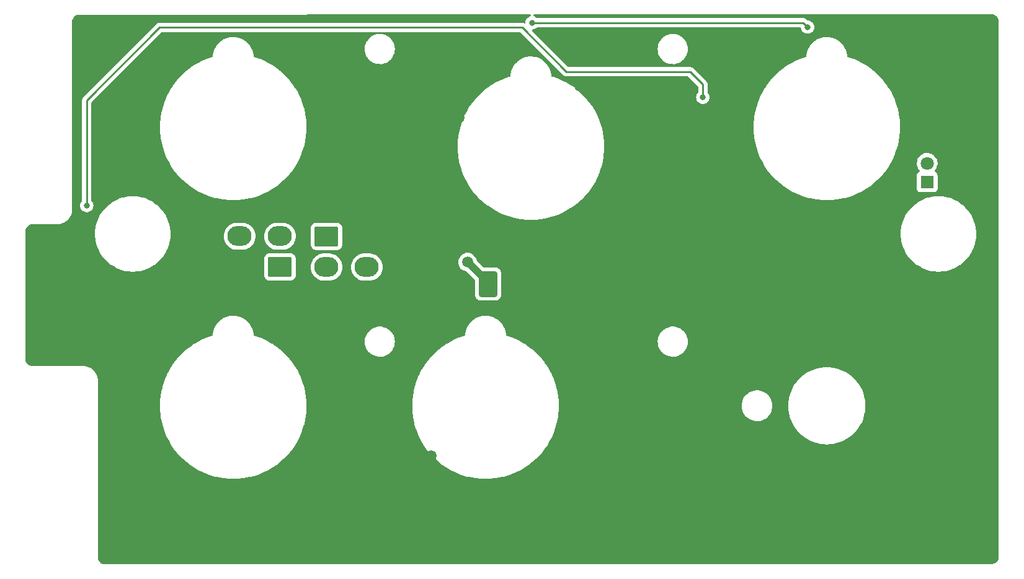
<source format=gbr>
%TF.GenerationSoftware,KiCad,Pcbnew,(6.0.9)*%
%TF.CreationDate,2023-04-01T15:24:10-08:00*%
%TF.ProjectId,SIM CONTROL PANEL,53494d20-434f-44e5-9452-4f4c2050414e,3*%
%TF.SameCoordinates,Original*%
%TF.FileFunction,Copper,L2,Bot*%
%TF.FilePolarity,Positive*%
%FSLAX46Y46*%
G04 Gerber Fmt 4.6, Leading zero omitted, Abs format (unit mm)*
G04 Created by KiCad (PCBNEW (6.0.9)) date 2023-04-01 15:24:10*
%MOMM*%
%LPD*%
G01*
G04 APERTURE LIST*
G04 Aperture macros list*
%AMRoundRect*
0 Rectangle with rounded corners*
0 $1 Rounding radius*
0 $2 $3 $4 $5 $6 $7 $8 $9 X,Y pos of 4 corners*
0 Add a 4 corners polygon primitive as box body*
4,1,4,$2,$3,$4,$5,$6,$7,$8,$9,$2,$3,0*
0 Add four circle primitives for the rounded corners*
1,1,$1+$1,$2,$3*
1,1,$1+$1,$4,$5*
1,1,$1+$1,$6,$7*
1,1,$1+$1,$8,$9*
0 Add four rect primitives between the rounded corners*
20,1,$1+$1,$2,$3,$4,$5,0*
20,1,$1+$1,$4,$5,$6,$7,0*
20,1,$1+$1,$6,$7,$8,$9,0*
20,1,$1+$1,$8,$9,$2,$3,0*%
G04 Aperture macros list end*
%TA.AperFunction,SMDPad,CuDef*%
%ADD10RoundRect,0.250000X1.000000X-1.500000X1.000000X1.500000X-1.000000X1.500000X-1.000000X-1.500000X0*%
%TD*%
%TA.AperFunction,ComponentPad*%
%ADD11R,1.800000X1.800000*%
%TD*%
%TA.AperFunction,ComponentPad*%
%ADD12C,1.800000*%
%TD*%
%TA.AperFunction,ComponentPad*%
%ADD13RoundRect,0.250001X1.399999X-1.099999X1.399999X1.099999X-1.399999X1.099999X-1.399999X-1.099999X0*%
%TD*%
%TA.AperFunction,ComponentPad*%
%ADD14O,3.300000X2.700000*%
%TD*%
%TA.AperFunction,ComponentPad*%
%ADD15RoundRect,0.250001X-1.399999X1.099999X-1.399999X-1.099999X1.399999X-1.099999X1.399999X1.099999X0*%
%TD*%
%TA.AperFunction,ViaPad*%
%ADD16C,1.500000*%
%TD*%
%TA.AperFunction,ViaPad*%
%ADD17C,0.800000*%
%TD*%
%TA.AperFunction,Conductor*%
%ADD18C,1.000000*%
%TD*%
%TA.AperFunction,Conductor*%
%ADD19C,0.250000*%
%TD*%
G04 APERTURE END LIST*
D10*
%TO.P,C1,1*%
%TO.N,/LED+5V*%
X144780000Y-90118000D03*
%TO.P,C1,2*%
%TO.N,/LEDGND*%
X144780000Y-83618000D03*
%TD*%
D11*
%TO.P,D1,1*%
%TO.N,Net-(D1-Pad1)*%
X204725000Y-76165000D03*
D12*
%TO.P,D1,2*%
%TO.N,/LED+5V*%
X204725000Y-73625000D03*
%TD*%
D13*
%TO.P,J1,1*%
%TO.N,/LED+5V*%
X116365000Y-87792600D03*
D14*
%TO.P,J1,2*%
X116365000Y-83592600D03*
%TO.P,J1,3*%
%TO.N,/LEDGND*%
X110865000Y-87792600D03*
%TO.P,J1,4*%
%TO.N,/DATAIN*%
X110865000Y-83592600D03*
%TD*%
D15*
%TO.P,J2,1*%
%TO.N,/LED+5V*%
X122725000Y-83609200D03*
D14*
%TO.P,J2,2*%
X122725000Y-87809200D03*
%TO.P,J2,3*%
%TO.N,/LEDGND*%
X128225000Y-83609200D03*
%TO.P,J2,4*%
%TO.N,/DATAOUT*%
X128225000Y-87809200D03*
%TD*%
D16*
%TO.N,/LEDGND*%
X105375000Y-95075000D03*
X209275000Y-125075000D03*
X195475000Y-88275000D03*
X142350000Y-121650000D03*
X190775000Y-83475000D03*
X142003800Y-92743200D03*
X134278300Y-93068900D03*
X178797300Y-66546800D03*
X91687600Y-99537600D03*
X135950000Y-71950000D03*
X137000000Y-113600000D03*
X162550000Y-92250000D03*
X119900000Y-119700000D03*
X198230400Y-76589200D03*
X119050000Y-94550000D03*
X202200000Y-123150000D03*
X160050000Y-108050000D03*
X125750000Y-69950000D03*
X164925000Y-73375000D03*
X124600000Y-61600000D03*
X142350000Y-81550000D03*
X196950000Y-125000000D03*
X180667900Y-75205300D03*
X149923000Y-93074000D03*
X100276100Y-74503600D03*
X115400000Y-79900000D03*
X174800000Y-125350000D03*
X104978800Y-58082300D03*
X175190000Y-78770000D03*
X206725000Y-70125000D03*
X155450000Y-97900000D03*
X125412500Y-108337500D03*
X182656700Y-99369300D03*
X205000000Y-112125000D03*
X98230500Y-111865500D03*
X203375000Y-93900000D03*
X173976600Y-112146900D03*
X99810000Y-62810000D03*
X91350000Y-93050000D03*
X136350000Y-80050000D03*
X95200000Y-71050000D03*
X211100000Y-97100000D03*
X184996100Y-58733600D03*
X206614100Y-99585900D03*
X169071100Y-108131300D03*
D17*
X118610000Y-60560000D03*
D16*
X195175000Y-95950000D03*
X182589600Y-94051900D03*
X140798600Y-67360700D03*
X98024800Y-103963800D03*
X202750000Y-58725000D03*
X213275000Y-112250000D03*
X182150000Y-122850000D03*
X145668500Y-61126600D03*
X157309600Y-63094000D03*
X156150000Y-82200000D03*
X90100000Y-87850000D03*
X154300000Y-118650000D03*
X107537500Y-122687500D03*
%TO.N,/LED+5V*%
X141986000Y-87122000D03*
D17*
%TO.N,Net-(D18-Pad2)*%
X150800000Y-54400000D03*
X188400000Y-55000000D03*
%TO.N,Net-(D26-Pad2)*%
X174100000Y-64600000D03*
X90000000Y-79400000D03*
%TD*%
D18*
%TO.N,/LED+5V*%
X141986000Y-87122000D02*
X141986000Y-87122000D01*
X144780000Y-90118000D02*
X144780000Y-89916000D01*
X144780000Y-89916000D02*
X141986000Y-87122000D01*
D19*
%TO.N,Net-(D18-Pad2)*%
X188400000Y-55000000D02*
X188400000Y-55000000D01*
X150800000Y-54400000D02*
X187800000Y-54400000D01*
X187800000Y-54400000D02*
X188400000Y-55000000D01*
%TO.N,Net-(D26-Pad2)*%
X172382210Y-61107210D02*
X155496044Y-61107210D01*
X99953010Y-55046990D02*
X90000000Y-65000000D01*
X149435824Y-55046990D02*
X99953010Y-55046990D01*
X174100000Y-64600000D02*
X174100000Y-62825000D01*
X155496044Y-61107210D02*
X149435824Y-55046990D01*
X90000000Y-65000000D02*
X90000000Y-79400000D01*
X174100000Y-62825000D02*
X172382210Y-61107210D01*
%TD*%
%TA.AperFunction,Conductor*%
%TO.N,/LEDGND*%
G36*
X213482482Y-53265434D02*
G01*
X213497251Y-53267734D01*
X213497254Y-53267734D01*
X213506123Y-53269115D01*
X213515025Y-53267951D01*
X213515028Y-53267951D01*
X213518604Y-53267483D01*
X213546074Y-53266913D01*
X213675686Y-53278415D01*
X213697614Y-53282338D01*
X213845005Y-53322422D01*
X213865898Y-53330145D01*
X214003928Y-53395558D01*
X214023132Y-53406837D01*
X214147493Y-53495541D01*
X214164405Y-53510022D01*
X214271206Y-53619243D01*
X214285303Y-53636475D01*
X214371195Y-53762791D01*
X214382042Y-53782244D01*
X214402307Y-53827604D01*
X214444347Y-53921706D01*
X214451600Y-53942769D01*
X214479336Y-54054595D01*
X214488371Y-54091024D01*
X214491800Y-54113031D01*
X214493181Y-54133891D01*
X214499938Y-54235975D01*
X214499027Y-54252386D01*
X214499468Y-54252401D01*
X214499157Y-54261376D01*
X214497578Y-54270210D01*
X214498542Y-54279133D01*
X214501770Y-54309018D01*
X214502499Y-54322549D01*
X214502641Y-81738152D01*
X214502812Y-114865858D01*
X214502876Y-127357032D01*
X214501376Y-127376420D01*
X214497685Y-127400123D01*
X214498849Y-127409025D01*
X214498849Y-127409027D01*
X214499317Y-127412604D01*
X214499887Y-127440074D01*
X214488385Y-127569686D01*
X214484462Y-127591614D01*
X214444378Y-127739005D01*
X214436655Y-127759898D01*
X214371242Y-127897928D01*
X214359963Y-127917132D01*
X214271259Y-128041493D01*
X214256778Y-128058405D01*
X214147557Y-128165206D01*
X214130325Y-128179303D01*
X214004009Y-128265195D01*
X213984555Y-128276043D01*
X213845094Y-128338347D01*
X213824031Y-128345600D01*
X213675773Y-128382372D01*
X213653769Y-128385800D01*
X213551917Y-128392542D01*
X213530825Y-128393938D01*
X213514414Y-128393027D01*
X213514399Y-128393468D01*
X213505424Y-128393157D01*
X213496590Y-128391578D01*
X213457651Y-128395784D01*
X213444177Y-128396513D01*
X92556083Y-128447655D01*
X92536645Y-128446155D01*
X92521948Y-128443866D01*
X92521945Y-128443866D01*
X92513077Y-128442485D01*
X92504175Y-128443649D01*
X92504173Y-128443649D01*
X92500596Y-128444117D01*
X92473126Y-128444687D01*
X92343514Y-128433185D01*
X92321586Y-128429262D01*
X92174195Y-128389178D01*
X92153302Y-128381455D01*
X92015272Y-128316042D01*
X91996068Y-128304763D01*
X91871706Y-128216058D01*
X91854795Y-128201578D01*
X91747994Y-128092357D01*
X91733897Y-128075125D01*
X91648005Y-127948809D01*
X91637157Y-127929355D01*
X91627632Y-127908033D01*
X91574853Y-127789894D01*
X91567600Y-127768831D01*
X91530829Y-127620576D01*
X91527399Y-127598565D01*
X91519262Y-127475625D01*
X91520173Y-127459214D01*
X91519732Y-127459199D01*
X91520043Y-127450224D01*
X91521622Y-127441390D01*
X91517430Y-127402585D01*
X91516701Y-127389052D01*
X91516699Y-106770097D01*
X99991458Y-106770097D01*
X99991520Y-106772070D01*
X100010665Y-107381249D01*
X100011202Y-107398350D01*
X100011385Y-107400288D01*
X100011386Y-107400301D01*
X100052907Y-107839541D01*
X100070355Y-108024123D01*
X100070664Y-108026073D01*
X100070665Y-108026082D01*
X100118529Y-108328284D01*
X100168684Y-108644948D01*
X100305800Y-109258373D01*
X100306354Y-109260279D01*
X100306354Y-109260280D01*
X100400206Y-109583318D01*
X100481164Y-109861978D01*
X100481827Y-109863819D01*
X100481832Y-109863835D01*
X100589711Y-110163479D01*
X100694082Y-110453381D01*
X100943714Y-111030247D01*
X101229076Y-111590301D01*
X101549041Y-112131332D01*
X101902346Y-112651204D01*
X102287596Y-113147866D01*
X102703272Y-113619358D01*
X103147734Y-114063820D01*
X103619226Y-114479496D01*
X104115888Y-114864746D01*
X104635760Y-115218051D01*
X105176791Y-115538016D01*
X105736845Y-115823378D01*
X106313711Y-116073010D01*
X106315567Y-116073678D01*
X106315569Y-116073679D01*
X106903257Y-116285260D01*
X106903273Y-116285265D01*
X106905114Y-116285928D01*
X106906996Y-116286475D01*
X106907009Y-116286479D01*
X107506812Y-116460738D01*
X107508719Y-116461292D01*
X107510639Y-116461721D01*
X107510650Y-116461724D01*
X107815431Y-116529850D01*
X108122144Y-116598408D01*
X108124100Y-116598718D01*
X108124101Y-116598718D01*
X108741010Y-116696427D01*
X108741019Y-116696428D01*
X108742969Y-116696737D01*
X108744938Y-116696923D01*
X108744945Y-116696924D01*
X109366791Y-116755706D01*
X109366804Y-116755707D01*
X109368742Y-116755890D01*
X109370687Y-116755951D01*
X109370701Y-116755952D01*
X109649539Y-116764715D01*
X109836718Y-116770597D01*
X110157272Y-116770597D01*
X110344451Y-116764715D01*
X110623289Y-116755952D01*
X110623303Y-116755951D01*
X110625248Y-116755890D01*
X110627186Y-116755707D01*
X110627199Y-116755706D01*
X111249045Y-116696924D01*
X111249052Y-116696923D01*
X111251021Y-116696737D01*
X111252971Y-116696428D01*
X111252980Y-116696427D01*
X111869889Y-116598718D01*
X111869890Y-116598718D01*
X111871846Y-116598408D01*
X112178559Y-116529850D01*
X112483340Y-116461724D01*
X112483351Y-116461721D01*
X112485271Y-116461292D01*
X112487178Y-116460738D01*
X113086981Y-116286479D01*
X113086994Y-116286475D01*
X113088876Y-116285928D01*
X113090717Y-116285265D01*
X113090733Y-116285260D01*
X113678421Y-116073679D01*
X113678423Y-116073678D01*
X113680279Y-116073010D01*
X114257145Y-115823378D01*
X114817199Y-115538016D01*
X115358230Y-115218051D01*
X115878102Y-114864746D01*
X116374764Y-114479496D01*
X116846256Y-114063820D01*
X117290718Y-113619358D01*
X117706394Y-113147866D01*
X118091644Y-112651204D01*
X118444949Y-112131332D01*
X118764914Y-111590301D01*
X119050276Y-111030247D01*
X119299908Y-110453381D01*
X119404279Y-110163479D01*
X119512158Y-109863835D01*
X119512163Y-109863819D01*
X119512826Y-109861978D01*
X119593785Y-109583318D01*
X119687636Y-109260280D01*
X119687636Y-109260279D01*
X119688190Y-109258373D01*
X119825306Y-108644948D01*
X119875461Y-108328284D01*
X119923325Y-108026082D01*
X119923326Y-108026073D01*
X119923635Y-108024123D01*
X119941083Y-107839541D01*
X119982604Y-107400301D01*
X119982605Y-107400288D01*
X119982788Y-107398350D01*
X119983326Y-107381249D01*
X120002470Y-106772070D01*
X120002532Y-106770097D01*
X134430472Y-106770097D01*
X134430534Y-106772070D01*
X134449679Y-107381249D01*
X134450216Y-107398350D01*
X134450399Y-107400288D01*
X134450400Y-107400301D01*
X134491921Y-107839541D01*
X134509369Y-108024123D01*
X134509678Y-108026073D01*
X134509679Y-108026082D01*
X134557543Y-108328284D01*
X134607698Y-108644948D01*
X134744814Y-109258373D01*
X134745368Y-109260279D01*
X134745368Y-109260280D01*
X134839220Y-109583318D01*
X134920178Y-109861978D01*
X134920841Y-109863819D01*
X134920846Y-109863835D01*
X135028725Y-110163479D01*
X135133096Y-110453381D01*
X135382728Y-111030247D01*
X135668090Y-111590301D01*
X135988055Y-112131332D01*
X136341360Y-112651204D01*
X136726610Y-113147866D01*
X137142286Y-113619358D01*
X137586748Y-114063820D01*
X138058240Y-114479496D01*
X138554902Y-114864746D01*
X139074774Y-115218051D01*
X139615805Y-115538016D01*
X140175859Y-115823378D01*
X140752725Y-116073010D01*
X140754581Y-116073678D01*
X140754583Y-116073679D01*
X141342271Y-116285260D01*
X141342287Y-116285265D01*
X141344128Y-116285928D01*
X141346010Y-116286475D01*
X141346023Y-116286479D01*
X141945826Y-116460738D01*
X141947733Y-116461292D01*
X141949653Y-116461721D01*
X141949664Y-116461724D01*
X142254445Y-116529850D01*
X142561158Y-116598408D01*
X142563114Y-116598718D01*
X142563115Y-116598718D01*
X143180024Y-116696427D01*
X143180033Y-116696428D01*
X143181983Y-116696737D01*
X143183952Y-116696923D01*
X143183959Y-116696924D01*
X143805805Y-116755706D01*
X143805818Y-116755707D01*
X143807756Y-116755890D01*
X143809701Y-116755951D01*
X143809715Y-116755952D01*
X144088553Y-116764715D01*
X144275732Y-116770597D01*
X144596286Y-116770597D01*
X144783465Y-116764715D01*
X145062303Y-116755952D01*
X145062317Y-116755951D01*
X145064262Y-116755890D01*
X145066200Y-116755707D01*
X145066213Y-116755706D01*
X145688059Y-116696924D01*
X145688066Y-116696923D01*
X145690035Y-116696737D01*
X145691985Y-116696428D01*
X145691994Y-116696427D01*
X146308903Y-116598718D01*
X146308904Y-116598718D01*
X146310860Y-116598408D01*
X146617573Y-116529850D01*
X146922354Y-116461724D01*
X146922365Y-116461721D01*
X146924285Y-116461292D01*
X146926192Y-116460738D01*
X147525995Y-116286479D01*
X147526008Y-116286475D01*
X147527890Y-116285928D01*
X147529731Y-116285265D01*
X147529747Y-116285260D01*
X148117435Y-116073679D01*
X148117437Y-116073678D01*
X148119293Y-116073010D01*
X148696159Y-115823378D01*
X149256213Y-115538016D01*
X149797244Y-115218051D01*
X150317116Y-114864746D01*
X150813778Y-114479496D01*
X151285270Y-114063820D01*
X151729732Y-113619358D01*
X152145408Y-113147866D01*
X152530658Y-112651204D01*
X152883963Y-112131332D01*
X153203928Y-111590301D01*
X153489290Y-111030247D01*
X153738922Y-110453381D01*
X153843293Y-110163479D01*
X153951172Y-109863835D01*
X153951177Y-109863819D01*
X153951840Y-109861978D01*
X154032799Y-109583318D01*
X154126650Y-109260280D01*
X154126650Y-109260279D01*
X154127204Y-109258373D01*
X154264320Y-108644948D01*
X154314475Y-108328284D01*
X154362339Y-108026082D01*
X154362340Y-108026073D01*
X154362649Y-108024123D01*
X154380097Y-107839541D01*
X154421618Y-107400301D01*
X154421619Y-107400288D01*
X154421802Y-107398350D01*
X154422340Y-107381249D01*
X154441484Y-106772070D01*
X154441546Y-106770097D01*
X154440855Y-106748097D01*
X179397213Y-106748097D01*
X179413664Y-107033409D01*
X179414489Y-107037614D01*
X179414490Y-107037622D01*
X179425644Y-107094474D01*
X179468684Y-107313849D01*
X179470071Y-107317899D01*
X179470072Y-107317904D01*
X179543738Y-107533065D01*
X179561255Y-107584227D01*
X179563182Y-107588058D01*
X179683873Y-107828024D01*
X179689665Y-107839541D01*
X179851536Y-108075065D01*
X180043873Y-108286441D01*
X180263119Y-108469758D01*
X180266760Y-108472042D01*
X180501575Y-108619342D01*
X180501579Y-108619344D01*
X180505215Y-108621625D01*
X180509125Y-108623390D01*
X180509126Y-108623391D01*
X180761769Y-108737464D01*
X180761773Y-108737466D01*
X180765681Y-108739230D01*
X180769800Y-108740450D01*
X181035586Y-108819180D01*
X181035591Y-108819181D01*
X181039699Y-108820398D01*
X181043933Y-108821046D01*
X181043938Y-108821047D01*
X181290965Y-108858847D01*
X181322196Y-108863626D01*
X181467681Y-108865911D01*
X181603656Y-108868048D01*
X181603662Y-108868048D01*
X181607947Y-108868115D01*
X181891664Y-108833781D01*
X182168096Y-108761261D01*
X182172056Y-108759621D01*
X182172061Y-108759619D01*
X182300112Y-108706578D01*
X182432128Y-108651895D01*
X182678874Y-108507708D01*
X182903769Y-108331368D01*
X182947307Y-108286441D01*
X183099669Y-108129215D01*
X183102652Y-108126137D01*
X183105185Y-108122689D01*
X183105189Y-108122684D01*
X183269303Y-107899269D01*
X183271841Y-107895814D01*
X183368201Y-107718340D01*
X183406156Y-107648436D01*
X183406157Y-107648434D01*
X183408206Y-107644660D01*
X183458716Y-107510991D01*
X183507707Y-107381341D01*
X183507708Y-107381337D01*
X183509225Y-107377323D01*
X183573026Y-107098750D01*
X183579878Y-107021984D01*
X183598211Y-106816560D01*
X183598431Y-106814095D01*
X183598892Y-106770097D01*
X185746973Y-106770097D01*
X185747093Y-106772845D01*
X185766135Y-107208965D01*
X185767050Y-107229933D01*
X185794123Y-107435569D01*
X185816908Y-107608637D01*
X185827128Y-107686269D01*
X185926749Y-108135632D01*
X185927577Y-108138257D01*
X185927578Y-108138262D01*
X186043229Y-108505059D01*
X186065156Y-108574603D01*
X186241295Y-108999840D01*
X186453826Y-109408108D01*
X186701131Y-109796299D01*
X186981328Y-110161459D01*
X187292284Y-110500808D01*
X187631633Y-110811764D01*
X187633795Y-110813423D01*
X187633801Y-110813428D01*
X187757848Y-110908612D01*
X187996793Y-111091961D01*
X188384984Y-111339266D01*
X188793252Y-111551797D01*
X189218489Y-111727936D01*
X189221109Y-111728762D01*
X189221117Y-111728765D01*
X189654830Y-111865514D01*
X189654835Y-111865515D01*
X189657460Y-111866343D01*
X190106823Y-111965964D01*
X190109543Y-111966322D01*
X190109548Y-111966323D01*
X190280418Y-111988818D01*
X190563159Y-112026042D01*
X190565908Y-112026162D01*
X190565919Y-112026163D01*
X191020247Y-112045999D01*
X191022995Y-112046119D01*
X191025743Y-112045999D01*
X191480071Y-112026163D01*
X191480082Y-112026162D01*
X191482831Y-112026042D01*
X191765572Y-111988818D01*
X191936442Y-111966323D01*
X191936447Y-111966322D01*
X191939167Y-111965964D01*
X192388530Y-111866343D01*
X192391155Y-111865515D01*
X192391160Y-111865514D01*
X192824873Y-111728765D01*
X192824881Y-111728762D01*
X192827501Y-111727936D01*
X193252738Y-111551797D01*
X193661006Y-111339266D01*
X194049197Y-111091961D01*
X194288142Y-110908612D01*
X194412189Y-110813428D01*
X194412195Y-110813423D01*
X194414357Y-110811764D01*
X194753706Y-110500808D01*
X195064662Y-110161459D01*
X195344859Y-109796299D01*
X195592164Y-109408108D01*
X195804695Y-108999840D01*
X195980834Y-108574603D01*
X196002762Y-108505059D01*
X196118412Y-108138262D01*
X196118413Y-108138257D01*
X196119241Y-108135632D01*
X196218862Y-107686269D01*
X196229083Y-107608637D01*
X196251867Y-107435569D01*
X196278940Y-107229933D01*
X196279856Y-107208965D01*
X196298897Y-106772845D01*
X196299017Y-106770097D01*
X196285617Y-106463192D01*
X196279061Y-106313021D01*
X196279060Y-106313010D01*
X196278940Y-106310261D01*
X196229632Y-105935730D01*
X196219221Y-105856650D01*
X196219220Y-105856645D01*
X196218862Y-105853925D01*
X196119241Y-105404562D01*
X196118412Y-105401932D01*
X195981663Y-104968219D01*
X195981660Y-104968211D01*
X195980834Y-104965591D01*
X195804695Y-104540354D01*
X195592164Y-104132086D01*
X195344859Y-103743895D01*
X195092525Y-103415047D01*
X195066326Y-103380903D01*
X195066321Y-103380897D01*
X195064662Y-103378735D01*
X194753706Y-103039386D01*
X194414357Y-102728430D01*
X194412195Y-102726771D01*
X194412189Y-102726766D01*
X194205894Y-102568471D01*
X194049197Y-102448233D01*
X193661006Y-102200928D01*
X193252738Y-101988397D01*
X192827501Y-101812258D01*
X192824881Y-101811432D01*
X192824873Y-101811429D01*
X192391160Y-101674680D01*
X192391155Y-101674679D01*
X192388530Y-101673851D01*
X191939167Y-101574230D01*
X191936447Y-101573872D01*
X191936442Y-101573871D01*
X191765572Y-101551376D01*
X191482831Y-101514152D01*
X191480082Y-101514032D01*
X191480071Y-101514031D01*
X191025743Y-101494195D01*
X191022995Y-101494075D01*
X191020247Y-101494195D01*
X190565919Y-101514031D01*
X190565908Y-101514032D01*
X190563159Y-101514152D01*
X190280418Y-101551376D01*
X190109548Y-101573871D01*
X190109543Y-101573872D01*
X190106823Y-101574230D01*
X189657460Y-101673851D01*
X189654835Y-101674679D01*
X189654830Y-101674680D01*
X189221117Y-101811429D01*
X189221109Y-101811432D01*
X189218489Y-101812258D01*
X188793252Y-101988397D01*
X188384984Y-102200928D01*
X187996793Y-102448233D01*
X187840096Y-102568471D01*
X187633801Y-102726766D01*
X187633795Y-102726771D01*
X187631633Y-102728430D01*
X187292284Y-103039386D01*
X186981328Y-103378735D01*
X186979669Y-103380897D01*
X186979664Y-103380903D01*
X186953465Y-103415047D01*
X186701131Y-103743895D01*
X186453826Y-104132086D01*
X186241295Y-104540354D01*
X186065156Y-104965591D01*
X186064330Y-104968211D01*
X186064327Y-104968219D01*
X185927578Y-105401932D01*
X185926749Y-105404562D01*
X185827128Y-105853925D01*
X185826770Y-105856645D01*
X185826769Y-105856650D01*
X185816358Y-105935730D01*
X185767050Y-106310261D01*
X185766930Y-106313010D01*
X185766929Y-106313021D01*
X185760373Y-106463192D01*
X185752807Y-106636476D01*
X185746973Y-106770097D01*
X183598892Y-106770097D01*
X183597101Y-106743821D01*
X183579746Y-106489250D01*
X183579745Y-106489244D01*
X183579454Y-106484973D01*
X183574944Y-106463192D01*
X183542706Y-106307522D01*
X183521500Y-106205124D01*
X183426103Y-105935730D01*
X183295027Y-105681776D01*
X183130699Y-105447960D01*
X183118116Y-105434419D01*
X182939079Y-105241752D01*
X182939076Y-105241749D01*
X182936158Y-105238609D01*
X182932843Y-105235895D01*
X182932839Y-105235892D01*
X182718323Y-105060313D01*
X182715005Y-105057597D01*
X182711351Y-105055358D01*
X182711347Y-105055355D01*
X182560717Y-104963050D01*
X182471332Y-104908275D01*
X182436864Y-104893144D01*
X182213576Y-104795127D01*
X182213572Y-104795126D01*
X182209648Y-104793403D01*
X181934796Y-104715110D01*
X181930554Y-104714506D01*
X181930548Y-104714505D01*
X181656112Y-104675447D01*
X181651861Y-104674842D01*
X181501944Y-104674057D01*
X181370366Y-104673368D01*
X181370360Y-104673368D01*
X181366079Y-104673346D01*
X181361835Y-104673905D01*
X181361831Y-104673905D01*
X181237647Y-104690254D01*
X181082737Y-104710648D01*
X181078597Y-104711781D01*
X181078595Y-104711781D01*
X181045931Y-104720717D01*
X180807080Y-104786060D01*
X180544208Y-104898184D01*
X180298985Y-105044947D01*
X180295634Y-105047631D01*
X180295632Y-105047633D01*
X180283195Y-105057597D01*
X180075948Y-105223633D01*
X179879226Y-105430935D01*
X179712458Y-105663017D01*
X179578730Y-105915585D01*
X179480517Y-106183965D01*
X179419636Y-106463192D01*
X179397705Y-106741852D01*
X179397213Y-106748097D01*
X154440855Y-106748097D01*
X154437347Y-106636476D01*
X154421864Y-106143803D01*
X154421863Y-106143789D01*
X154421802Y-106141844D01*
X154412942Y-106048106D01*
X154362836Y-105518047D01*
X154362835Y-105518040D01*
X154362649Y-105516071D01*
X154351862Y-105447960D01*
X154264630Y-104897203D01*
X154264630Y-104897202D01*
X154264320Y-104895246D01*
X154127204Y-104281821D01*
X154004082Y-103858034D01*
X153952391Y-103680111D01*
X153952387Y-103680098D01*
X153951840Y-103678216D01*
X153951177Y-103676375D01*
X153951172Y-103676359D01*
X153739591Y-103088671D01*
X153739590Y-103088669D01*
X153738922Y-103086813D01*
X153534323Y-102614011D01*
X153490072Y-102511754D01*
X153490071Y-102511753D01*
X153489290Y-102509947D01*
X153203928Y-101949893D01*
X153008892Y-101620105D01*
X152884975Y-101410573D01*
X152884973Y-101410570D01*
X152883963Y-101408862D01*
X152840650Y-101345129D01*
X152531770Y-100890626D01*
X152531767Y-100890622D01*
X152530658Y-100888990D01*
X152498095Y-100847009D01*
X152235074Y-100507925D01*
X152145408Y-100392328D01*
X151729732Y-99920836D01*
X151285270Y-99476374D01*
X150813778Y-99060698D01*
X150666747Y-98946649D01*
X150318679Y-98676660D01*
X150318671Y-98676654D01*
X150317116Y-98675448D01*
X149797244Y-98322143D01*
X149689801Y-98258601D01*
X149257936Y-98003197D01*
X149256213Y-98002178D01*
X149209532Y-97978393D01*
X167936803Y-97978393D01*
X167937210Y-97985458D01*
X167952960Y-98258601D01*
X167953785Y-98262806D01*
X167953786Y-98262814D01*
X167964711Y-98318497D01*
X168006996Y-98534024D01*
X168008383Y-98538074D01*
X168008384Y-98538079D01*
X168096522Y-98795509D01*
X168097911Y-98799565D01*
X168138048Y-98879368D01*
X168175781Y-98954392D01*
X168224022Y-99050310D01*
X168226448Y-99053839D01*
X168226451Y-99053845D01*
X168335012Y-99211801D01*
X168382997Y-99281620D01*
X168571894Y-99489215D01*
X168575183Y-99491965D01*
X168783925Y-99666501D01*
X168783930Y-99666505D01*
X168787217Y-99669253D01*
X168842424Y-99703884D01*
X169021341Y-99816119D01*
X169021345Y-99816121D01*
X169024981Y-99818402D01*
X169280788Y-99933903D01*
X169284907Y-99935123D01*
X169545790Y-100012401D01*
X169545795Y-100012402D01*
X169549903Y-100013619D01*
X169554137Y-100014267D01*
X169554142Y-100014268D01*
X169798514Y-100051662D01*
X169827347Y-100056074D01*
X169970292Y-100058319D01*
X170103694Y-100060415D01*
X170103700Y-100060415D01*
X170107985Y-100060482D01*
X170386626Y-100026763D01*
X170658112Y-99955540D01*
X170662072Y-99953900D01*
X170662077Y-99953898D01*
X170801600Y-99896105D01*
X170917420Y-99848131D01*
X170968296Y-99818402D01*
X171156054Y-99708685D01*
X171156055Y-99708685D01*
X171159752Y-99706524D01*
X171380624Y-99533338D01*
X171434463Y-99477781D01*
X171572965Y-99334857D01*
X171575948Y-99331779D01*
X171578481Y-99328331D01*
X171578485Y-99328326D01*
X171739572Y-99109032D01*
X171742110Y-99105577D01*
X171744156Y-99101809D01*
X171873986Y-98862692D01*
X171873987Y-98862690D01*
X171876036Y-98858916D01*
X171975247Y-98596362D01*
X172037907Y-98322773D01*
X172046121Y-98230743D01*
X172062637Y-98045677D01*
X172062637Y-98045675D01*
X172062857Y-98043211D01*
X172063277Y-98003197D01*
X172063284Y-98002484D01*
X172063284Y-98002483D01*
X172063310Y-98000000D01*
X172044220Y-97719977D01*
X172038923Y-97694396D01*
X171991869Y-97467184D01*
X171987303Y-97445135D01*
X171893612Y-97180561D01*
X171885843Y-97165507D01*
X171766847Y-96934957D01*
X171766847Y-96934956D01*
X171764882Y-96931150D01*
X171754595Y-96916512D01*
X171605956Y-96705022D01*
X171603493Y-96701517D01*
X171412433Y-96495912D01*
X171195237Y-96318139D01*
X170955923Y-96171487D01*
X170933348Y-96161577D01*
X170702853Y-96060397D01*
X170698921Y-96058671D01*
X170679519Y-96053144D01*
X170433114Y-95982954D01*
X170433115Y-95982954D01*
X170428986Y-95981778D01*
X170223217Y-95952493D01*
X170155365Y-95942836D01*
X170155363Y-95942836D01*
X170151113Y-95942231D01*
X170146824Y-95942209D01*
X170146817Y-95942208D01*
X169874730Y-95940783D01*
X169874723Y-95940783D01*
X169870444Y-95940761D01*
X169866199Y-95941320D01*
X169866197Y-95941320D01*
X169802813Y-95949665D01*
X169592172Y-95977397D01*
X169321446Y-96051459D01*
X169063277Y-96161577D01*
X168924423Y-96244680D01*
X168826123Y-96303511D01*
X168826119Y-96303514D01*
X168822441Y-96305715D01*
X168603395Y-96481204D01*
X168600451Y-96484306D01*
X168600447Y-96484310D01*
X168413142Y-96681688D01*
X168410192Y-96684797D01*
X168246408Y-96912727D01*
X168244404Y-96916512D01*
X168159080Y-97077662D01*
X168115073Y-97160776D01*
X168113601Y-97164799D01*
X168113599Y-97164803D01*
X168080860Y-97254266D01*
X168018616Y-97424355D01*
X168017703Y-97428541D01*
X168017703Y-97428542D01*
X167979641Y-97603115D01*
X167958825Y-97698585D01*
X167936803Y-97978393D01*
X149209532Y-97978393D01*
X148696159Y-97716816D01*
X148654030Y-97698585D01*
X148121105Y-97467968D01*
X148121102Y-97467967D01*
X148119293Y-97467184D01*
X148069707Y-97449332D01*
X147529747Y-97254934D01*
X147529731Y-97254929D01*
X147527890Y-97254266D01*
X147308128Y-97190419D01*
X147248294Y-97152207D01*
X147218616Y-97087711D01*
X147217472Y-97076347D01*
X147209309Y-96928022D01*
X147209101Y-96924239D01*
X147150470Y-96593413D01*
X147149368Y-96589797D01*
X147149366Y-96589789D01*
X147053624Y-96275650D01*
X147053621Y-96275643D01*
X147052519Y-96272026D01*
X146916667Y-95964734D01*
X146914731Y-95961480D01*
X146914728Y-95961474D01*
X146746820Y-95679248D01*
X146746819Y-95679247D01*
X146744881Y-95675989D01*
X146728783Y-95655122D01*
X146541973Y-95412983D01*
X146539651Y-95409973D01*
X146536992Y-95407272D01*
X146536986Y-95407265D01*
X146306615Y-95173247D01*
X146306613Y-95173245D01*
X146303949Y-95170539D01*
X146041190Y-94961156D01*
X145755178Y-94784856D01*
X145450059Y-94644194D01*
X145446459Y-94643035D01*
X145446452Y-94643032D01*
X145133859Y-94542369D01*
X145133856Y-94542368D01*
X145130250Y-94541207D01*
X145126534Y-94540488D01*
X145126526Y-94540486D01*
X144804103Y-94478105D01*
X144804097Y-94478104D01*
X144800385Y-94477386D01*
X144796609Y-94477119D01*
X144796604Y-94477118D01*
X144695697Y-94469974D01*
X144535013Y-94458597D01*
X144351531Y-94458597D01*
X144349664Y-94458710D01*
X144349649Y-94458710D01*
X144104414Y-94473495D01*
X144104410Y-94473495D01*
X144100636Y-94473723D01*
X144096918Y-94474402D01*
X144096910Y-94474403D01*
X143875200Y-94514894D01*
X143770121Y-94534085D01*
X143449251Y-94633718D01*
X143142675Y-94771177D01*
X142854833Y-94944472D01*
X142851849Y-94946799D01*
X142851842Y-94946804D01*
X142830407Y-94963521D01*
X142589895Y-95151092D01*
X142351699Y-95388045D01*
X142143695Y-95651897D01*
X142141732Y-95655118D01*
X142141730Y-95655122D01*
X141990829Y-95902823D01*
X141968895Y-95938827D01*
X141967329Y-95942271D01*
X141967327Y-95942275D01*
X141831401Y-96241228D01*
X141831398Y-96241235D01*
X141829832Y-96244680D01*
X141728521Y-96565023D01*
X141666429Y-96895218D01*
X141657311Y-97034338D01*
X141654471Y-97077662D01*
X141630057Y-97144328D01*
X141573475Y-97187213D01*
X141563894Y-97190418D01*
X141346023Y-97253715D01*
X141346010Y-97253719D01*
X141344128Y-97254266D01*
X141342287Y-97254929D01*
X141342271Y-97254934D01*
X140802311Y-97449332D01*
X140752725Y-97467184D01*
X140750916Y-97467967D01*
X140750913Y-97467968D01*
X140217988Y-97698585D01*
X140175859Y-97716816D01*
X139615805Y-98002178D01*
X139614082Y-98003197D01*
X139182218Y-98258601D01*
X139074774Y-98322143D01*
X138554902Y-98675448D01*
X138553347Y-98676654D01*
X138553339Y-98676660D01*
X138205271Y-98946649D01*
X138058240Y-99060698D01*
X137586748Y-99476374D01*
X137142286Y-99920836D01*
X136726610Y-100392328D01*
X136636944Y-100507925D01*
X136373924Y-100847009D01*
X136341360Y-100888990D01*
X136340251Y-100890622D01*
X136340248Y-100890626D01*
X136031368Y-101345129D01*
X135988055Y-101408862D01*
X135987045Y-101410570D01*
X135987043Y-101410573D01*
X135863126Y-101620105D01*
X135668090Y-101949893D01*
X135382728Y-102509947D01*
X135381947Y-102511753D01*
X135381946Y-102511754D01*
X135337696Y-102614011D01*
X135133096Y-103086813D01*
X135132428Y-103088669D01*
X135132427Y-103088671D01*
X134920846Y-103676359D01*
X134920841Y-103676375D01*
X134920178Y-103678216D01*
X134919631Y-103680098D01*
X134919627Y-103680111D01*
X134867936Y-103858034D01*
X134744814Y-104281821D01*
X134607698Y-104895246D01*
X134607388Y-104897202D01*
X134607388Y-104897203D01*
X134520157Y-105447960D01*
X134509369Y-105516071D01*
X134509183Y-105518040D01*
X134509182Y-105518047D01*
X134459077Y-106048106D01*
X134450216Y-106141844D01*
X134450155Y-106143789D01*
X134450154Y-106143803D01*
X134434671Y-106636476D01*
X134430472Y-106770097D01*
X120002532Y-106770097D01*
X119998333Y-106636476D01*
X119982850Y-106143803D01*
X119982849Y-106143789D01*
X119982788Y-106141844D01*
X119973928Y-106048106D01*
X119923822Y-105518047D01*
X119923821Y-105518040D01*
X119923635Y-105516071D01*
X119912848Y-105447960D01*
X119825616Y-104897203D01*
X119825616Y-104897202D01*
X119825306Y-104895246D01*
X119688190Y-104281821D01*
X119565068Y-103858034D01*
X119513377Y-103680111D01*
X119513373Y-103680098D01*
X119512826Y-103678216D01*
X119512163Y-103676375D01*
X119512158Y-103676359D01*
X119300577Y-103088671D01*
X119300576Y-103088669D01*
X119299908Y-103086813D01*
X119095309Y-102614011D01*
X119051058Y-102511754D01*
X119051057Y-102511753D01*
X119050276Y-102509947D01*
X118764914Y-101949893D01*
X118569878Y-101620105D01*
X118445961Y-101410573D01*
X118445959Y-101410570D01*
X118444949Y-101408862D01*
X118401636Y-101345129D01*
X118092756Y-100890626D01*
X118092753Y-100890622D01*
X118091644Y-100888990D01*
X118059081Y-100847009D01*
X117796060Y-100507925D01*
X117706394Y-100392328D01*
X117290718Y-99920836D01*
X116846256Y-99476374D01*
X116374764Y-99060698D01*
X116227733Y-98946649D01*
X115879665Y-98676660D01*
X115879657Y-98676654D01*
X115878102Y-98675448D01*
X115358230Y-98322143D01*
X115250787Y-98258601D01*
X114818922Y-98003197D01*
X114817199Y-98002178D01*
X114770518Y-97978393D01*
X127936803Y-97978393D01*
X127937210Y-97985458D01*
X127952960Y-98258601D01*
X127953785Y-98262806D01*
X127953786Y-98262814D01*
X127964711Y-98318497D01*
X128006996Y-98534024D01*
X128008383Y-98538074D01*
X128008384Y-98538079D01*
X128096522Y-98795509D01*
X128097911Y-98799565D01*
X128138048Y-98879368D01*
X128175781Y-98954392D01*
X128224022Y-99050310D01*
X128226448Y-99053839D01*
X128226451Y-99053845D01*
X128335012Y-99211801D01*
X128382997Y-99281620D01*
X128571894Y-99489215D01*
X128575183Y-99491965D01*
X128783925Y-99666501D01*
X128783930Y-99666505D01*
X128787217Y-99669253D01*
X128842424Y-99703884D01*
X129021341Y-99816119D01*
X129021345Y-99816121D01*
X129024981Y-99818402D01*
X129280788Y-99933903D01*
X129284907Y-99935123D01*
X129545790Y-100012401D01*
X129545795Y-100012402D01*
X129549903Y-100013619D01*
X129554137Y-100014267D01*
X129554142Y-100014268D01*
X129798514Y-100051662D01*
X129827347Y-100056074D01*
X129970292Y-100058319D01*
X130103694Y-100060415D01*
X130103700Y-100060415D01*
X130107985Y-100060482D01*
X130386626Y-100026763D01*
X130658112Y-99955540D01*
X130662072Y-99953900D01*
X130662077Y-99953898D01*
X130801600Y-99896105D01*
X130917420Y-99848131D01*
X130968296Y-99818402D01*
X131156054Y-99708685D01*
X131156055Y-99708685D01*
X131159752Y-99706524D01*
X131380624Y-99533338D01*
X131434463Y-99477781D01*
X131572965Y-99334857D01*
X131575948Y-99331779D01*
X131578481Y-99328331D01*
X131578485Y-99328326D01*
X131739572Y-99109032D01*
X131742110Y-99105577D01*
X131744156Y-99101809D01*
X131873986Y-98862692D01*
X131873987Y-98862690D01*
X131876036Y-98858916D01*
X131975247Y-98596362D01*
X132037907Y-98322773D01*
X132046121Y-98230743D01*
X132062637Y-98045677D01*
X132062637Y-98045675D01*
X132062857Y-98043211D01*
X132063277Y-98003197D01*
X132063284Y-98002484D01*
X132063284Y-98002483D01*
X132063310Y-98000000D01*
X132044220Y-97719977D01*
X132038923Y-97694396D01*
X131991869Y-97467184D01*
X131987303Y-97445135D01*
X131893612Y-97180561D01*
X131885843Y-97165507D01*
X131766847Y-96934957D01*
X131766847Y-96934956D01*
X131764882Y-96931150D01*
X131754595Y-96916512D01*
X131605956Y-96705022D01*
X131603493Y-96701517D01*
X131412433Y-96495912D01*
X131195237Y-96318139D01*
X130955923Y-96171487D01*
X130933348Y-96161577D01*
X130702853Y-96060397D01*
X130698921Y-96058671D01*
X130679519Y-96053144D01*
X130433114Y-95982954D01*
X130433115Y-95982954D01*
X130428986Y-95981778D01*
X130223217Y-95952493D01*
X130155365Y-95942836D01*
X130155363Y-95942836D01*
X130151113Y-95942231D01*
X130146824Y-95942209D01*
X130146817Y-95942208D01*
X129874730Y-95940783D01*
X129874723Y-95940783D01*
X129870444Y-95940761D01*
X129866199Y-95941320D01*
X129866197Y-95941320D01*
X129802813Y-95949665D01*
X129592172Y-95977397D01*
X129321446Y-96051459D01*
X129063277Y-96161577D01*
X128924423Y-96244680D01*
X128826123Y-96303511D01*
X128826119Y-96303514D01*
X128822441Y-96305715D01*
X128603395Y-96481204D01*
X128600451Y-96484306D01*
X128600447Y-96484310D01*
X128413142Y-96681688D01*
X128410192Y-96684797D01*
X128246408Y-96912727D01*
X128244404Y-96916512D01*
X128159080Y-97077662D01*
X128115073Y-97160776D01*
X128113601Y-97164799D01*
X128113599Y-97164803D01*
X128080860Y-97254266D01*
X128018616Y-97424355D01*
X128017703Y-97428541D01*
X128017703Y-97428542D01*
X127979641Y-97603115D01*
X127958825Y-97698585D01*
X127936803Y-97978393D01*
X114770518Y-97978393D01*
X114257145Y-97716816D01*
X114215016Y-97698585D01*
X113682091Y-97467968D01*
X113682088Y-97467967D01*
X113680279Y-97467184D01*
X113630693Y-97449332D01*
X113090733Y-97254934D01*
X113090717Y-97254929D01*
X113088876Y-97254266D01*
X112869114Y-97190419D01*
X112809280Y-97152207D01*
X112779602Y-97087711D01*
X112778458Y-97076347D01*
X112770295Y-96928022D01*
X112770087Y-96924239D01*
X112711456Y-96593413D01*
X112710354Y-96589797D01*
X112710352Y-96589789D01*
X112614610Y-96275650D01*
X112614607Y-96275643D01*
X112613505Y-96272026D01*
X112477653Y-95964734D01*
X112475717Y-95961480D01*
X112475714Y-95961474D01*
X112307806Y-95679248D01*
X112307805Y-95679247D01*
X112305867Y-95675989D01*
X112289769Y-95655122D01*
X112102959Y-95412983D01*
X112100637Y-95409973D01*
X112097978Y-95407272D01*
X112097972Y-95407265D01*
X111867601Y-95173247D01*
X111867599Y-95173245D01*
X111864935Y-95170539D01*
X111602176Y-94961156D01*
X111316164Y-94784856D01*
X111011045Y-94644194D01*
X111007445Y-94643035D01*
X111007438Y-94643032D01*
X110694845Y-94542369D01*
X110694842Y-94542368D01*
X110691236Y-94541207D01*
X110687520Y-94540488D01*
X110687512Y-94540486D01*
X110365089Y-94478105D01*
X110365083Y-94478104D01*
X110361371Y-94477386D01*
X110357595Y-94477119D01*
X110357590Y-94477118D01*
X110256683Y-94469974D01*
X110095999Y-94458597D01*
X109912517Y-94458597D01*
X109910650Y-94458710D01*
X109910635Y-94458710D01*
X109665400Y-94473495D01*
X109665396Y-94473495D01*
X109661622Y-94473723D01*
X109657904Y-94474402D01*
X109657896Y-94474403D01*
X109436186Y-94514894D01*
X109331107Y-94534085D01*
X109010237Y-94633718D01*
X108703661Y-94771177D01*
X108415819Y-94944472D01*
X108412835Y-94946799D01*
X108412828Y-94946804D01*
X108391393Y-94963521D01*
X108150881Y-95151092D01*
X107912685Y-95388045D01*
X107704681Y-95651897D01*
X107702718Y-95655118D01*
X107702716Y-95655122D01*
X107551815Y-95902823D01*
X107529881Y-95938827D01*
X107528315Y-95942271D01*
X107528313Y-95942275D01*
X107392387Y-96241228D01*
X107392384Y-96241235D01*
X107390818Y-96244680D01*
X107289507Y-96565023D01*
X107227415Y-96895218D01*
X107218297Y-97034338D01*
X107215457Y-97077662D01*
X107191043Y-97144328D01*
X107134461Y-97187213D01*
X107124880Y-97190418D01*
X106907009Y-97253715D01*
X106906996Y-97253719D01*
X106905114Y-97254266D01*
X106903273Y-97254929D01*
X106903257Y-97254934D01*
X106363297Y-97449332D01*
X106313711Y-97467184D01*
X106311902Y-97467967D01*
X106311899Y-97467968D01*
X105778974Y-97698585D01*
X105736845Y-97716816D01*
X105176791Y-98002178D01*
X105175068Y-98003197D01*
X104743204Y-98258601D01*
X104635760Y-98322143D01*
X104115888Y-98675448D01*
X104114333Y-98676654D01*
X104114325Y-98676660D01*
X103766257Y-98946649D01*
X103619226Y-99060698D01*
X103147734Y-99476374D01*
X102703272Y-99920836D01*
X102287596Y-100392328D01*
X102197930Y-100507925D01*
X101934910Y-100847009D01*
X101902346Y-100888990D01*
X101901237Y-100890622D01*
X101901234Y-100890626D01*
X101592354Y-101345129D01*
X101549041Y-101408862D01*
X101548031Y-101410570D01*
X101548029Y-101410573D01*
X101424112Y-101620105D01*
X101229076Y-101949893D01*
X100943714Y-102509947D01*
X100942933Y-102511753D01*
X100942932Y-102511754D01*
X100898682Y-102614011D01*
X100694082Y-103086813D01*
X100693414Y-103088669D01*
X100693413Y-103088671D01*
X100481832Y-103676359D01*
X100481827Y-103676375D01*
X100481164Y-103678216D01*
X100480617Y-103680098D01*
X100480613Y-103680111D01*
X100428922Y-103858034D01*
X100305800Y-104281821D01*
X100168684Y-104895246D01*
X100168374Y-104897202D01*
X100168374Y-104897203D01*
X100081143Y-105447960D01*
X100070355Y-105516071D01*
X100070169Y-105518040D01*
X100070168Y-105518047D01*
X100020063Y-106048106D01*
X100011202Y-106141844D01*
X100011141Y-106143789D01*
X100011140Y-106143803D01*
X99995657Y-106636476D01*
X99991458Y-106770097D01*
X91516699Y-106770097D01*
X91516699Y-103446589D01*
X91518945Y-103422905D01*
X91520449Y-103415047D01*
X91520450Y-103415042D01*
X91521365Y-103410259D01*
X91521799Y-103397714D01*
X91521217Y-103392882D01*
X91521217Y-103392874D01*
X91521212Y-103392833D01*
X91520432Y-103383322D01*
X91509515Y-103135216D01*
X91509331Y-103131027D01*
X91462401Y-102868256D01*
X91416729Y-102725432D01*
X91382371Y-102617991D01*
X91382370Y-102617987D01*
X91381098Y-102614011D01*
X91266855Y-102372766D01*
X91121681Y-102148767D01*
X90948132Y-101945957D01*
X90749264Y-101767907D01*
X90745803Y-101765552D01*
X90745799Y-101765549D01*
X90532038Y-101620105D01*
X90532035Y-101620103D01*
X90528575Y-101617749D01*
X90289951Y-101498127D01*
X90037592Y-101411146D01*
X89906765Y-101384742D01*
X89780038Y-101359165D01*
X89780034Y-101359164D01*
X89775939Y-101358338D01*
X89771763Y-101358060D01*
X89771760Y-101358060D01*
X89655953Y-101350361D01*
X89542393Y-101342812D01*
X89529856Y-101341345D01*
X89522151Y-101340048D01*
X89515819Y-101339971D01*
X89514464Y-101339954D01*
X89514460Y-101339954D01*
X89509599Y-101339895D01*
X89481932Y-101343857D01*
X89464085Y-101345129D01*
X82650147Y-101345871D01*
X82630750Y-101344371D01*
X82620737Y-101342812D01*
X82615947Y-101342066D01*
X82615946Y-101342066D01*
X82607077Y-101340685D01*
X82598175Y-101341849D01*
X82598173Y-101341849D01*
X82594596Y-101342317D01*
X82567126Y-101342887D01*
X82437514Y-101331385D01*
X82415586Y-101327462D01*
X82268195Y-101287378D01*
X82247302Y-101279655D01*
X82109272Y-101214242D01*
X82090068Y-101202963D01*
X81965706Y-101114258D01*
X81948795Y-101099778D01*
X81841994Y-100990557D01*
X81827897Y-100973325D01*
X81742005Y-100847009D01*
X81731157Y-100827555D01*
X81668853Y-100688094D01*
X81661600Y-100667031D01*
X81624829Y-100518776D01*
X81621399Y-100496765D01*
X81613262Y-100373825D01*
X81614173Y-100357414D01*
X81613732Y-100357399D01*
X81614043Y-100348424D01*
X81615622Y-100339590D01*
X81611430Y-100300779D01*
X81610701Y-100287251D01*
X81610469Y-89586468D01*
X81610455Y-88943000D01*
X114206500Y-88943000D01*
X114206837Y-88946246D01*
X114206837Y-88946250D01*
X114213998Y-89015260D01*
X114217474Y-89048765D01*
X114273450Y-89216545D01*
X114366522Y-89366948D01*
X114491697Y-89491905D01*
X114497927Y-89495745D01*
X114497928Y-89495746D01*
X114635090Y-89580294D01*
X114642262Y-89584715D01*
X114715905Y-89609141D01*
X114803611Y-89638232D01*
X114803613Y-89638232D01*
X114810139Y-89640397D01*
X114816975Y-89641097D01*
X114816978Y-89641098D01*
X114860031Y-89645509D01*
X114914600Y-89651100D01*
X117815400Y-89651100D01*
X117818646Y-89650763D01*
X117818650Y-89650763D01*
X117914307Y-89640838D01*
X117914311Y-89640837D01*
X117921165Y-89640126D01*
X117927701Y-89637945D01*
X117927703Y-89637945D01*
X118061255Y-89593388D01*
X118088945Y-89584150D01*
X118239348Y-89491078D01*
X118364305Y-89365903D01*
X118429934Y-89259434D01*
X118453275Y-89221568D01*
X118453276Y-89221566D01*
X118457115Y-89215338D01*
X118512797Y-89047461D01*
X118523500Y-88943000D01*
X118523500Y-87851477D01*
X120562009Y-87851477D01*
X120587625Y-88119969D01*
X120588710Y-88124403D01*
X120588711Y-88124409D01*
X120633341Y-88306795D01*
X120651731Y-88381950D01*
X120752985Y-88631933D01*
X120889265Y-88864682D01*
X120892118Y-88868249D01*
X121009686Y-89015260D01*
X121057716Y-89075319D01*
X121254809Y-89259434D01*
X121476416Y-89413168D01*
X121480499Y-89415199D01*
X121480502Y-89415201D01*
X121596013Y-89472666D01*
X121717894Y-89533301D01*
X121722228Y-89534722D01*
X121722231Y-89534723D01*
X121969853Y-89615898D01*
X121969859Y-89615899D01*
X121974186Y-89617318D01*
X121978677Y-89618098D01*
X121978678Y-89618098D01*
X122236140Y-89662801D01*
X122236148Y-89662802D01*
X122239921Y-89663457D01*
X122243758Y-89663648D01*
X122323578Y-89667622D01*
X122323586Y-89667622D01*
X122325149Y-89667700D01*
X123093512Y-89667700D01*
X123095780Y-89667535D01*
X123095792Y-89667535D01*
X123226884Y-89658023D01*
X123294004Y-89653153D01*
X123298459Y-89652169D01*
X123298462Y-89652169D01*
X123552912Y-89595991D01*
X123552916Y-89595990D01*
X123557372Y-89595006D01*
X123684533Y-89546829D01*
X123805318Y-89501068D01*
X123805321Y-89501067D01*
X123809588Y-89499450D01*
X124045368Y-89368486D01*
X124236294Y-89222776D01*
X124256141Y-89207629D01*
X124256142Y-89207628D01*
X124259773Y-89204857D01*
X124448312Y-89011992D01*
X124607034Y-88793930D01*
X124690190Y-88635876D01*
X124730490Y-88559279D01*
X124730493Y-88559273D01*
X124732615Y-88555239D01*
X124795378Y-88377512D01*
X124820902Y-88305233D01*
X124820902Y-88305232D01*
X124822425Y-88300920D01*
X124858138Y-88119726D01*
X124873700Y-88040772D01*
X124873701Y-88040766D01*
X124874581Y-88036300D01*
X124875200Y-88023866D01*
X124883782Y-87851477D01*
X126062009Y-87851477D01*
X126087625Y-88119969D01*
X126088710Y-88124403D01*
X126088711Y-88124409D01*
X126133341Y-88306795D01*
X126151731Y-88381950D01*
X126252985Y-88631933D01*
X126389265Y-88864682D01*
X126392118Y-88868249D01*
X126509686Y-89015260D01*
X126557716Y-89075319D01*
X126754809Y-89259434D01*
X126976416Y-89413168D01*
X126980499Y-89415199D01*
X126980502Y-89415201D01*
X127096013Y-89472666D01*
X127217894Y-89533301D01*
X127222228Y-89534722D01*
X127222231Y-89534723D01*
X127469853Y-89615898D01*
X127469859Y-89615899D01*
X127474186Y-89617318D01*
X127478677Y-89618098D01*
X127478678Y-89618098D01*
X127736140Y-89662801D01*
X127736148Y-89662802D01*
X127739921Y-89663457D01*
X127743758Y-89663648D01*
X127823578Y-89667622D01*
X127823586Y-89667622D01*
X127825149Y-89667700D01*
X128593512Y-89667700D01*
X128595780Y-89667535D01*
X128595792Y-89667535D01*
X128726884Y-89658023D01*
X128794004Y-89653153D01*
X128798459Y-89652169D01*
X128798462Y-89652169D01*
X129052912Y-89595991D01*
X129052916Y-89595990D01*
X129057372Y-89595006D01*
X129184533Y-89546829D01*
X129305318Y-89501068D01*
X129305321Y-89501067D01*
X129309588Y-89499450D01*
X129545368Y-89368486D01*
X129736294Y-89222776D01*
X129756141Y-89207629D01*
X129756142Y-89207628D01*
X129759773Y-89204857D01*
X129948312Y-89011992D01*
X130107034Y-88793930D01*
X130190190Y-88635876D01*
X130230490Y-88559279D01*
X130230493Y-88559273D01*
X130232615Y-88555239D01*
X130295378Y-88377512D01*
X130320902Y-88305233D01*
X130320902Y-88305232D01*
X130322425Y-88300920D01*
X130358138Y-88119726D01*
X130373700Y-88040772D01*
X130373701Y-88040766D01*
X130374581Y-88036300D01*
X130375200Y-88023866D01*
X130387764Y-87771492D01*
X130387764Y-87771486D01*
X130387991Y-87766923D01*
X130362375Y-87498431D01*
X130317042Y-87313167D01*
X130299355Y-87240888D01*
X130298269Y-87236450D01*
X130251912Y-87122000D01*
X140722693Y-87122000D01*
X140741885Y-87341371D01*
X140798880Y-87554076D01*
X140842415Y-87647438D01*
X140889618Y-87748666D01*
X140889621Y-87748671D01*
X140891944Y-87753653D01*
X140895100Y-87758160D01*
X140895101Y-87758162D01*
X140966289Y-87859828D01*
X141018251Y-87934038D01*
X141173962Y-88089749D01*
X141178471Y-88092906D01*
X141178473Y-88092908D01*
X141216773Y-88119726D01*
X141354346Y-88216056D01*
X141553924Y-88309120D01*
X141766629Y-88366115D01*
X141772103Y-88366594D01*
X141772138Y-88366600D01*
X141839357Y-88401591D01*
X142984595Y-89546829D01*
X143018621Y-89609141D01*
X143021500Y-89635924D01*
X143021500Y-91668400D01*
X143032474Y-91774166D01*
X143088450Y-91941946D01*
X143181522Y-92092348D01*
X143306697Y-92217305D01*
X143312927Y-92221145D01*
X143312928Y-92221146D01*
X143450090Y-92305694D01*
X143457262Y-92310115D01*
X143537005Y-92336564D01*
X143618611Y-92363632D01*
X143618613Y-92363632D01*
X143625139Y-92365797D01*
X143631975Y-92366497D01*
X143631978Y-92366498D01*
X143675031Y-92370909D01*
X143729600Y-92376500D01*
X145830400Y-92376500D01*
X145833646Y-92376163D01*
X145833650Y-92376163D01*
X145929308Y-92366238D01*
X145929312Y-92366237D01*
X145936166Y-92365526D01*
X145942702Y-92363345D01*
X145942704Y-92363345D01*
X146074806Y-92319272D01*
X146103946Y-92309550D01*
X146254348Y-92216478D01*
X146379305Y-92091303D01*
X146472115Y-91940738D01*
X146527797Y-91772861D01*
X146538500Y-91668400D01*
X146538500Y-88567600D01*
X146537637Y-88559279D01*
X146528238Y-88468692D01*
X146528237Y-88468688D01*
X146527526Y-88461834D01*
X146515437Y-88425597D01*
X146473868Y-88301002D01*
X146471550Y-88294054D01*
X146378478Y-88143652D01*
X146253303Y-88018695D01*
X146247072Y-88014854D01*
X146108968Y-87929725D01*
X146108966Y-87929724D01*
X146102738Y-87925885D01*
X146022995Y-87899436D01*
X145941389Y-87872368D01*
X145941387Y-87872368D01*
X145934861Y-87870203D01*
X145928025Y-87869503D01*
X145928022Y-87869502D01*
X145884969Y-87865091D01*
X145830400Y-87859500D01*
X144201924Y-87859500D01*
X144133803Y-87839498D01*
X144112829Y-87822595D01*
X143265591Y-86975357D01*
X143230600Y-86908138D01*
X143230594Y-86908105D01*
X143230115Y-86902629D01*
X143173120Y-86689924D01*
X143106309Y-86546647D01*
X143082382Y-86495334D01*
X143082379Y-86495329D01*
X143080056Y-86490347D01*
X143028566Y-86416811D01*
X142956908Y-86314473D01*
X142956906Y-86314470D01*
X142953749Y-86309962D01*
X142798038Y-86154251D01*
X142750790Y-86121167D01*
X142697248Y-86083677D01*
X142617654Y-86027944D01*
X142418076Y-85934880D01*
X142205371Y-85877885D01*
X141986000Y-85858693D01*
X141766629Y-85877885D01*
X141553924Y-85934880D01*
X141460562Y-85978415D01*
X141359334Y-86025618D01*
X141359329Y-86025621D01*
X141354347Y-86027944D01*
X141349840Y-86031100D01*
X141349838Y-86031101D01*
X141178473Y-86151092D01*
X141178470Y-86151094D01*
X141173962Y-86154251D01*
X141018251Y-86309962D01*
X141015094Y-86314470D01*
X141015092Y-86314473D01*
X140943434Y-86416811D01*
X140891944Y-86490347D01*
X140889621Y-86495329D01*
X140889618Y-86495334D01*
X140865691Y-86546647D01*
X140798880Y-86689924D01*
X140741885Y-86902629D01*
X140722693Y-87122000D01*
X130251912Y-87122000D01*
X130197015Y-86986467D01*
X130060735Y-86753718D01*
X129942928Y-86606408D01*
X129895136Y-86546647D01*
X129895135Y-86546645D01*
X129892284Y-86543081D01*
X129695191Y-86358966D01*
X129473584Y-86205232D01*
X129469501Y-86203201D01*
X129469498Y-86203199D01*
X129304606Y-86121167D01*
X129232106Y-86085099D01*
X129227772Y-86083678D01*
X129227769Y-86083677D01*
X128980147Y-86002502D01*
X128980141Y-86002501D01*
X128975814Y-86001082D01*
X128971322Y-86000302D01*
X128713860Y-85955599D01*
X128713852Y-85955598D01*
X128710079Y-85954943D01*
X128698817Y-85954382D01*
X128626422Y-85950778D01*
X128626414Y-85950778D01*
X128624851Y-85950700D01*
X127856488Y-85950700D01*
X127854220Y-85950865D01*
X127854208Y-85950865D01*
X127723116Y-85960377D01*
X127655996Y-85965247D01*
X127651541Y-85966231D01*
X127651538Y-85966231D01*
X127397088Y-86022409D01*
X127397084Y-86022410D01*
X127392628Y-86023394D01*
X127372286Y-86031101D01*
X127144682Y-86117332D01*
X127144679Y-86117333D01*
X127140412Y-86118950D01*
X126904632Y-86249914D01*
X126690227Y-86413543D01*
X126501688Y-86606408D01*
X126342966Y-86824470D01*
X126292380Y-86920619D01*
X126219510Y-87059121D01*
X126219507Y-87059127D01*
X126217385Y-87063161D01*
X126215865Y-87067466D01*
X126215863Y-87067470D01*
X126129098Y-87313167D01*
X126127575Y-87317480D01*
X126126692Y-87321962D01*
X126092271Y-87496601D01*
X126075419Y-87582100D01*
X126075192Y-87586653D01*
X126075192Y-87586656D01*
X126063447Y-87822595D01*
X126062009Y-87851477D01*
X124883782Y-87851477D01*
X124887764Y-87771492D01*
X124887764Y-87771486D01*
X124887991Y-87766923D01*
X124862375Y-87498431D01*
X124817042Y-87313167D01*
X124799355Y-87240888D01*
X124798269Y-87236450D01*
X124697015Y-86986467D01*
X124560735Y-86753718D01*
X124442928Y-86606408D01*
X124395136Y-86546647D01*
X124395135Y-86546645D01*
X124392284Y-86543081D01*
X124195191Y-86358966D01*
X123973584Y-86205232D01*
X123969501Y-86203201D01*
X123969498Y-86203199D01*
X123804606Y-86121167D01*
X123732106Y-86085099D01*
X123727772Y-86083678D01*
X123727769Y-86083677D01*
X123480147Y-86002502D01*
X123480141Y-86002501D01*
X123475814Y-86001082D01*
X123471322Y-86000302D01*
X123213860Y-85955599D01*
X123213852Y-85955598D01*
X123210079Y-85954943D01*
X123198817Y-85954382D01*
X123126422Y-85950778D01*
X123126414Y-85950778D01*
X123124851Y-85950700D01*
X122356488Y-85950700D01*
X122354220Y-85950865D01*
X122354208Y-85950865D01*
X122223116Y-85960377D01*
X122155996Y-85965247D01*
X122151541Y-85966231D01*
X122151538Y-85966231D01*
X121897088Y-86022409D01*
X121897084Y-86022410D01*
X121892628Y-86023394D01*
X121872286Y-86031101D01*
X121644682Y-86117332D01*
X121644679Y-86117333D01*
X121640412Y-86118950D01*
X121404632Y-86249914D01*
X121190227Y-86413543D01*
X121001688Y-86606408D01*
X120842966Y-86824470D01*
X120792380Y-86920619D01*
X120719510Y-87059121D01*
X120719507Y-87059127D01*
X120717385Y-87063161D01*
X120715865Y-87067466D01*
X120715863Y-87067470D01*
X120629098Y-87313167D01*
X120627575Y-87317480D01*
X120626692Y-87321962D01*
X120592271Y-87496601D01*
X120575419Y-87582100D01*
X120575192Y-87586653D01*
X120575192Y-87586656D01*
X120563447Y-87822595D01*
X120562009Y-87851477D01*
X118523500Y-87851477D01*
X118523500Y-86642200D01*
X118523163Y-86638950D01*
X118513238Y-86543293D01*
X118513237Y-86543289D01*
X118512526Y-86536435D01*
X118495646Y-86485838D01*
X118458868Y-86375603D01*
X118456550Y-86368655D01*
X118363478Y-86218252D01*
X118238303Y-86093295D01*
X118232072Y-86089454D01*
X118093968Y-86004325D01*
X118093966Y-86004324D01*
X118087738Y-86000485D01*
X117980503Y-85964917D01*
X117926389Y-85946968D01*
X117926387Y-85946968D01*
X117919861Y-85944803D01*
X117913025Y-85944103D01*
X117913022Y-85944102D01*
X117869969Y-85939691D01*
X117815400Y-85934100D01*
X114914600Y-85934100D01*
X114911354Y-85934437D01*
X114911350Y-85934437D01*
X114815693Y-85944362D01*
X114815689Y-85944363D01*
X114808835Y-85945074D01*
X114802299Y-85947255D01*
X114802297Y-85947255D01*
X114749358Y-85964917D01*
X114641055Y-86001050D01*
X114490652Y-86094122D01*
X114365695Y-86219297D01*
X114361855Y-86225527D01*
X114361854Y-86225528D01*
X114281207Y-86356362D01*
X114272885Y-86369862D01*
X114217203Y-86537739D01*
X114206500Y-86642200D01*
X114206500Y-88943000D01*
X81610455Y-88943000D01*
X81610331Y-83275097D01*
X91125449Y-83275097D01*
X91145067Y-83724432D01*
X91158198Y-83824172D01*
X91202531Y-84160912D01*
X91203773Y-84170348D01*
X91301120Y-84609450D01*
X91301945Y-84612067D01*
X91301947Y-84612074D01*
X91314425Y-84651649D01*
X91436366Y-85038398D01*
X91585857Y-85399298D01*
X91607282Y-85451022D01*
X91608484Y-85453925D01*
X91816161Y-85852870D01*
X92057819Y-86232197D01*
X92059483Y-86234365D01*
X92059491Y-86234377D01*
X92329936Y-86586826D01*
X92331618Y-86589018D01*
X92333476Y-86591046D01*
X92333483Y-86591054D01*
X92614123Y-86897319D01*
X92635473Y-86920619D01*
X92637493Y-86922470D01*
X92965038Y-87222609D01*
X92965046Y-87222616D01*
X92967074Y-87224474D01*
X92969266Y-87226156D01*
X93321715Y-87496601D01*
X93321727Y-87496609D01*
X93323895Y-87498273D01*
X93326207Y-87499746D01*
X93326210Y-87499748D01*
X93411488Y-87554076D01*
X93703222Y-87739931D01*
X94102167Y-87947608D01*
X94517694Y-88119726D01*
X94791057Y-88205917D01*
X94944018Y-88254145D01*
X94944025Y-88254147D01*
X94946642Y-88254972D01*
X94949327Y-88255567D01*
X94949326Y-88255567D01*
X95383046Y-88351721D01*
X95383049Y-88351722D01*
X95385744Y-88352319D01*
X95388474Y-88352678D01*
X95388483Y-88352680D01*
X95608702Y-88381672D01*
X95831660Y-88411025D01*
X96100451Y-88422760D01*
X96164043Y-88425537D01*
X96164048Y-88425537D01*
X96165420Y-88425597D01*
X96396570Y-88425597D01*
X96397942Y-88425537D01*
X96397947Y-88425537D01*
X96461539Y-88422760D01*
X96730330Y-88411025D01*
X96953288Y-88381672D01*
X97173507Y-88352680D01*
X97173516Y-88352678D01*
X97176246Y-88352319D01*
X97178941Y-88351722D01*
X97178944Y-88351721D01*
X97612664Y-88255567D01*
X97612663Y-88255567D01*
X97615348Y-88254972D01*
X97617965Y-88254147D01*
X97617972Y-88254145D01*
X97770933Y-88205917D01*
X98044296Y-88119726D01*
X98459823Y-87947608D01*
X98858768Y-87739931D01*
X99150502Y-87554076D01*
X99235780Y-87499748D01*
X99235783Y-87499746D01*
X99238095Y-87498273D01*
X99240263Y-87496609D01*
X99240275Y-87496601D01*
X99592724Y-87226156D01*
X99594916Y-87224474D01*
X99596944Y-87222616D01*
X99596952Y-87222609D01*
X99924497Y-86922470D01*
X99926517Y-86920619D01*
X99947867Y-86897319D01*
X100228507Y-86591054D01*
X100228514Y-86591046D01*
X100230372Y-86589018D01*
X100232054Y-86586826D01*
X100502499Y-86234377D01*
X100502507Y-86234365D01*
X100504171Y-86232197D01*
X100745829Y-85852870D01*
X100953506Y-85453925D01*
X100954709Y-85451022D01*
X100976133Y-85399298D01*
X101125624Y-85038398D01*
X101247565Y-84651649D01*
X101260043Y-84612074D01*
X101260045Y-84612067D01*
X101260870Y-84609450D01*
X101358217Y-84170348D01*
X101359460Y-84160912D01*
X101403792Y-83824172D01*
X101416923Y-83724432D01*
X101420833Y-83634877D01*
X108702009Y-83634877D01*
X108727625Y-83903369D01*
X108728710Y-83907803D01*
X108728711Y-83907809D01*
X108790645Y-84160912D01*
X108791731Y-84165350D01*
X108892985Y-84415333D01*
X108895294Y-84419276D01*
X109005074Y-84606766D01*
X109029265Y-84648082D01*
X109141377Y-84788271D01*
X109149686Y-84798660D01*
X109197716Y-84858719D01*
X109394809Y-85042834D01*
X109616416Y-85196568D01*
X109620499Y-85198599D01*
X109620502Y-85198601D01*
X109736013Y-85256066D01*
X109857894Y-85316701D01*
X109862228Y-85318122D01*
X109862231Y-85318123D01*
X110109853Y-85399298D01*
X110109859Y-85399299D01*
X110114186Y-85400718D01*
X110118677Y-85401498D01*
X110118678Y-85401498D01*
X110376140Y-85446201D01*
X110376148Y-85446202D01*
X110379921Y-85446857D01*
X110383758Y-85447048D01*
X110463578Y-85451022D01*
X110463586Y-85451022D01*
X110465149Y-85451100D01*
X111233512Y-85451100D01*
X111235780Y-85450935D01*
X111235792Y-85450935D01*
X111366884Y-85441423D01*
X111434004Y-85436553D01*
X111438459Y-85435569D01*
X111438462Y-85435569D01*
X111692912Y-85379391D01*
X111692916Y-85379390D01*
X111697372Y-85378406D01*
X111823480Y-85330628D01*
X111945318Y-85284468D01*
X111945321Y-85284467D01*
X111949588Y-85282850D01*
X112185368Y-85151886D01*
X112399773Y-84988257D01*
X112588312Y-84795392D01*
X112747034Y-84577330D01*
X112830190Y-84419276D01*
X112870490Y-84342679D01*
X112870493Y-84342673D01*
X112872615Y-84338639D01*
X112931093Y-84173046D01*
X112960902Y-84088633D01*
X112960902Y-84088632D01*
X112962425Y-84084320D01*
X113014581Y-83819700D01*
X113014808Y-83815144D01*
X113023782Y-83634877D01*
X114202009Y-83634877D01*
X114227625Y-83903369D01*
X114228710Y-83907803D01*
X114228711Y-83907809D01*
X114290645Y-84160912D01*
X114291731Y-84165350D01*
X114392985Y-84415333D01*
X114395294Y-84419276D01*
X114505074Y-84606766D01*
X114529265Y-84648082D01*
X114641377Y-84788271D01*
X114649686Y-84798660D01*
X114697716Y-84858719D01*
X114894809Y-85042834D01*
X115116416Y-85196568D01*
X115120499Y-85198599D01*
X115120502Y-85198601D01*
X115236013Y-85256066D01*
X115357894Y-85316701D01*
X115362228Y-85318122D01*
X115362231Y-85318123D01*
X115609853Y-85399298D01*
X115609859Y-85399299D01*
X115614186Y-85400718D01*
X115618677Y-85401498D01*
X115618678Y-85401498D01*
X115876140Y-85446201D01*
X115876148Y-85446202D01*
X115879921Y-85446857D01*
X115883758Y-85447048D01*
X115963578Y-85451022D01*
X115963586Y-85451022D01*
X115965149Y-85451100D01*
X116733512Y-85451100D01*
X116735780Y-85450935D01*
X116735792Y-85450935D01*
X116866884Y-85441423D01*
X116934004Y-85436553D01*
X116938459Y-85435569D01*
X116938462Y-85435569D01*
X117192912Y-85379391D01*
X117192916Y-85379390D01*
X117197372Y-85378406D01*
X117323480Y-85330628D01*
X117445318Y-85284468D01*
X117445321Y-85284467D01*
X117449588Y-85282850D01*
X117685368Y-85151886D01*
X117899773Y-84988257D01*
X118088312Y-84795392D01*
X118114364Y-84759600D01*
X120566500Y-84759600D01*
X120566837Y-84762846D01*
X120566837Y-84762850D01*
X120570214Y-84795392D01*
X120577474Y-84865365D01*
X120633450Y-85033145D01*
X120726522Y-85183548D01*
X120851697Y-85308505D01*
X120857927Y-85312345D01*
X120857928Y-85312346D01*
X120995090Y-85396894D01*
X121002262Y-85401315D01*
X121082005Y-85427764D01*
X121163611Y-85454832D01*
X121163613Y-85454832D01*
X121170139Y-85456997D01*
X121176975Y-85457697D01*
X121176978Y-85457698D01*
X121220031Y-85462109D01*
X121274600Y-85467700D01*
X124175400Y-85467700D01*
X124178646Y-85467363D01*
X124178650Y-85467363D01*
X124274307Y-85457438D01*
X124274311Y-85457437D01*
X124281165Y-85456726D01*
X124287701Y-85454545D01*
X124287703Y-85454545D01*
X124419805Y-85410472D01*
X124448945Y-85400750D01*
X124599348Y-85307678D01*
X124724305Y-85182503D01*
X124728146Y-85176272D01*
X124813275Y-85038168D01*
X124813276Y-85038166D01*
X124817115Y-85031938D01*
X124872797Y-84864061D01*
X124883500Y-84759600D01*
X124883500Y-83275097D01*
X201107448Y-83275097D01*
X201127066Y-83724432D01*
X201140197Y-83824172D01*
X201184530Y-84160912D01*
X201185772Y-84170348D01*
X201283119Y-84609450D01*
X201283944Y-84612067D01*
X201283946Y-84612074D01*
X201296424Y-84651649D01*
X201418365Y-85038398D01*
X201567856Y-85399298D01*
X201589281Y-85451022D01*
X201590483Y-85453925D01*
X201798160Y-85852870D01*
X202039818Y-86232197D01*
X202041482Y-86234365D01*
X202041490Y-86234377D01*
X202311935Y-86586826D01*
X202313617Y-86589018D01*
X202315475Y-86591046D01*
X202315482Y-86591054D01*
X202596122Y-86897319D01*
X202617472Y-86920619D01*
X202619492Y-86922470D01*
X202947037Y-87222609D01*
X202947045Y-87222616D01*
X202949073Y-87224474D01*
X202951265Y-87226156D01*
X203303714Y-87496601D01*
X203303726Y-87496609D01*
X203305894Y-87498273D01*
X203308206Y-87499746D01*
X203308209Y-87499748D01*
X203393487Y-87554076D01*
X203685221Y-87739931D01*
X204084166Y-87947608D01*
X204499693Y-88119726D01*
X204773056Y-88205917D01*
X204926017Y-88254145D01*
X204926024Y-88254147D01*
X204928641Y-88254972D01*
X204931326Y-88255567D01*
X204931325Y-88255567D01*
X205365045Y-88351721D01*
X205365048Y-88351722D01*
X205367743Y-88352319D01*
X205370473Y-88352678D01*
X205370482Y-88352680D01*
X205590701Y-88381672D01*
X205813659Y-88411025D01*
X206082450Y-88422760D01*
X206146042Y-88425537D01*
X206146047Y-88425537D01*
X206147419Y-88425597D01*
X206378569Y-88425597D01*
X206379941Y-88425537D01*
X206379946Y-88425537D01*
X206443538Y-88422760D01*
X206712329Y-88411025D01*
X206935287Y-88381672D01*
X207155506Y-88352680D01*
X207155515Y-88352678D01*
X207158245Y-88352319D01*
X207160940Y-88351722D01*
X207160943Y-88351721D01*
X207594663Y-88255567D01*
X207594662Y-88255567D01*
X207597347Y-88254972D01*
X207599964Y-88254147D01*
X207599971Y-88254145D01*
X207752932Y-88205917D01*
X208026295Y-88119726D01*
X208441822Y-87947608D01*
X208840767Y-87739931D01*
X209132501Y-87554076D01*
X209217779Y-87499748D01*
X209217782Y-87499746D01*
X209220094Y-87498273D01*
X209222262Y-87496609D01*
X209222274Y-87496601D01*
X209574723Y-87226156D01*
X209576915Y-87224474D01*
X209578943Y-87222616D01*
X209578951Y-87222609D01*
X209906496Y-86922470D01*
X209908516Y-86920619D01*
X209929866Y-86897319D01*
X210210506Y-86591054D01*
X210210513Y-86591046D01*
X210212371Y-86589018D01*
X210214053Y-86586826D01*
X210484498Y-86234377D01*
X210484506Y-86234365D01*
X210486170Y-86232197D01*
X210727828Y-85852870D01*
X210935505Y-85453925D01*
X210936708Y-85451022D01*
X210958132Y-85399298D01*
X211107623Y-85038398D01*
X211229564Y-84651649D01*
X211242042Y-84612074D01*
X211242044Y-84612067D01*
X211242869Y-84609450D01*
X211340216Y-84170348D01*
X211341459Y-84160912D01*
X211385791Y-83824172D01*
X211398922Y-83724432D01*
X211418540Y-83275097D01*
X211398922Y-82825762D01*
X211360452Y-82533551D01*
X211340577Y-82382585D01*
X211340575Y-82382576D01*
X211340216Y-82379846D01*
X211336078Y-82361178D01*
X211245439Y-81952338D01*
X211242869Y-81940744D01*
X211240363Y-81932794D01*
X211179259Y-81738999D01*
X211107623Y-81511796D01*
X210935505Y-81096269D01*
X210727828Y-80697324D01*
X210486170Y-80317997D01*
X210484506Y-80315829D01*
X210484498Y-80315817D01*
X210214053Y-79963368D01*
X210212371Y-79961176D01*
X210210513Y-79959148D01*
X210210506Y-79959140D01*
X209910367Y-79631595D01*
X209908516Y-79629575D01*
X209865249Y-79589928D01*
X209578951Y-79327585D01*
X209578943Y-79327578D01*
X209576915Y-79325720D01*
X209426200Y-79210072D01*
X209222274Y-79053593D01*
X209222262Y-79053585D01*
X209220094Y-79051921D01*
X209213483Y-79047709D01*
X209109587Y-78981520D01*
X208840767Y-78810263D01*
X208441822Y-78602586D01*
X208026295Y-78430468D01*
X207752932Y-78344277D01*
X207599971Y-78296049D01*
X207599964Y-78296047D01*
X207597347Y-78295222D01*
X207513369Y-78276604D01*
X207160943Y-78198473D01*
X207160940Y-78198472D01*
X207158245Y-78197875D01*
X207155515Y-78197516D01*
X207155506Y-78197514D01*
X206935287Y-78168522D01*
X206712329Y-78139169D01*
X206443538Y-78127434D01*
X206379946Y-78124657D01*
X206379941Y-78124657D01*
X206378569Y-78124597D01*
X206147419Y-78124597D01*
X206146047Y-78124657D01*
X206146042Y-78124657D01*
X206082450Y-78127434D01*
X205813659Y-78139169D01*
X205590701Y-78168522D01*
X205370482Y-78197514D01*
X205370473Y-78197516D01*
X205367743Y-78197875D01*
X205365048Y-78198472D01*
X205365045Y-78198473D01*
X205012619Y-78276604D01*
X204928641Y-78295222D01*
X204926024Y-78296047D01*
X204926017Y-78296049D01*
X204773056Y-78344277D01*
X204499693Y-78430468D01*
X204084166Y-78602586D01*
X203685221Y-78810263D01*
X203416401Y-78981520D01*
X203312506Y-79047709D01*
X203305894Y-79051921D01*
X203303726Y-79053585D01*
X203303714Y-79053593D01*
X203099788Y-79210072D01*
X202949073Y-79325720D01*
X202947045Y-79327578D01*
X202947037Y-79327585D01*
X202660739Y-79589928D01*
X202617472Y-79629575D01*
X202615621Y-79631595D01*
X202315482Y-79959140D01*
X202315475Y-79959148D01*
X202313617Y-79961176D01*
X202311935Y-79963368D01*
X202041490Y-80315817D01*
X202041482Y-80315829D01*
X202039818Y-80317997D01*
X201798160Y-80697324D01*
X201590483Y-81096269D01*
X201418365Y-81511796D01*
X201346729Y-81738999D01*
X201285626Y-81932794D01*
X201283119Y-81940744D01*
X201280549Y-81952338D01*
X201189911Y-82361178D01*
X201185772Y-82379846D01*
X201185413Y-82382576D01*
X201185411Y-82382585D01*
X201165536Y-82533551D01*
X201127066Y-82825762D01*
X201107448Y-83275097D01*
X124883500Y-83275097D01*
X124883500Y-82458800D01*
X124880446Y-82429367D01*
X124873238Y-82359893D01*
X124873237Y-82359889D01*
X124872526Y-82353035D01*
X124816550Y-82185255D01*
X124723478Y-82034852D01*
X124598303Y-81909895D01*
X124592072Y-81906054D01*
X124453968Y-81820925D01*
X124453966Y-81820924D01*
X124447738Y-81817085D01*
X124353724Y-81785902D01*
X124286389Y-81763568D01*
X124286387Y-81763568D01*
X124279861Y-81761403D01*
X124273025Y-81760703D01*
X124273022Y-81760702D01*
X124229969Y-81756291D01*
X124175400Y-81750700D01*
X121274600Y-81750700D01*
X121271354Y-81751037D01*
X121271350Y-81751037D01*
X121175693Y-81760962D01*
X121175689Y-81760963D01*
X121168835Y-81761674D01*
X121162299Y-81763855D01*
X121162297Y-81763855D01*
X121102809Y-81783702D01*
X121001055Y-81817650D01*
X120850652Y-81910722D01*
X120725695Y-82035897D01*
X120721855Y-82042127D01*
X120721854Y-82042128D01*
X120650370Y-82158097D01*
X120632885Y-82186462D01*
X120577203Y-82354339D01*
X120576503Y-82361175D01*
X120576502Y-82361178D01*
X120574309Y-82382585D01*
X120566500Y-82458800D01*
X120566500Y-84759600D01*
X118114364Y-84759600D01*
X118247034Y-84577330D01*
X118330190Y-84419276D01*
X118370490Y-84342679D01*
X118370493Y-84342673D01*
X118372615Y-84338639D01*
X118431093Y-84173046D01*
X118460902Y-84088633D01*
X118460902Y-84088632D01*
X118462425Y-84084320D01*
X118514581Y-83819700D01*
X118514808Y-83815144D01*
X118527764Y-83554892D01*
X118527764Y-83554886D01*
X118527991Y-83550323D01*
X118502375Y-83281831D01*
X118500728Y-83275097D01*
X118439355Y-83024288D01*
X118438269Y-83019850D01*
X118337015Y-82769867D01*
X118200735Y-82537118D01*
X118082928Y-82389808D01*
X118035136Y-82330047D01*
X118035135Y-82330045D01*
X118032284Y-82326481D01*
X117835191Y-82142366D01*
X117613584Y-81988632D01*
X117609501Y-81986601D01*
X117609498Y-81986599D01*
X117456978Y-81910722D01*
X117372106Y-81868499D01*
X117367772Y-81867078D01*
X117367769Y-81867077D01*
X117120147Y-81785902D01*
X117120141Y-81785901D01*
X117115814Y-81784482D01*
X117111322Y-81783702D01*
X116853860Y-81738999D01*
X116853852Y-81738998D01*
X116850079Y-81738343D01*
X116838817Y-81737782D01*
X116766422Y-81734178D01*
X116766414Y-81734178D01*
X116764851Y-81734100D01*
X115996488Y-81734100D01*
X115994220Y-81734265D01*
X115994208Y-81734265D01*
X115863116Y-81743777D01*
X115795996Y-81748647D01*
X115791541Y-81749631D01*
X115791538Y-81749631D01*
X115537088Y-81805809D01*
X115537084Y-81805810D01*
X115532628Y-81806794D01*
X115406520Y-81854572D01*
X115284682Y-81900732D01*
X115284679Y-81900733D01*
X115280412Y-81902350D01*
X115201829Y-81945999D01*
X115106314Y-81999053D01*
X115044632Y-82033314D01*
X115041000Y-82036086D01*
X114834858Y-82193409D01*
X114830227Y-82196943D01*
X114641688Y-82389808D01*
X114482966Y-82607870D01*
X114480844Y-82611904D01*
X114359510Y-82842521D01*
X114359507Y-82842527D01*
X114357385Y-82846561D01*
X114355865Y-82850866D01*
X114355863Y-82850870D01*
X114269098Y-83096567D01*
X114267575Y-83100880D01*
X114215419Y-83365500D01*
X114215192Y-83370053D01*
X114215192Y-83370056D01*
X114205991Y-83554892D01*
X114202009Y-83634877D01*
X113023782Y-83634877D01*
X113027764Y-83554892D01*
X113027764Y-83554886D01*
X113027991Y-83550323D01*
X113002375Y-83281831D01*
X113000728Y-83275097D01*
X112939355Y-83024288D01*
X112938269Y-83019850D01*
X112837015Y-82769867D01*
X112700735Y-82537118D01*
X112582928Y-82389808D01*
X112535136Y-82330047D01*
X112535135Y-82330045D01*
X112532284Y-82326481D01*
X112335191Y-82142366D01*
X112113584Y-81988632D01*
X112109501Y-81986601D01*
X112109498Y-81986599D01*
X111956978Y-81910722D01*
X111872106Y-81868499D01*
X111867772Y-81867078D01*
X111867769Y-81867077D01*
X111620147Y-81785902D01*
X111620141Y-81785901D01*
X111615814Y-81784482D01*
X111611322Y-81783702D01*
X111353860Y-81738999D01*
X111353852Y-81738998D01*
X111350079Y-81738343D01*
X111338817Y-81737782D01*
X111266422Y-81734178D01*
X111266414Y-81734178D01*
X111264851Y-81734100D01*
X110496488Y-81734100D01*
X110494220Y-81734265D01*
X110494208Y-81734265D01*
X110363116Y-81743777D01*
X110295996Y-81748647D01*
X110291541Y-81749631D01*
X110291538Y-81749631D01*
X110037088Y-81805809D01*
X110037084Y-81805810D01*
X110032628Y-81806794D01*
X109906520Y-81854572D01*
X109784682Y-81900732D01*
X109784679Y-81900733D01*
X109780412Y-81902350D01*
X109701829Y-81945999D01*
X109606314Y-81999053D01*
X109544632Y-82033314D01*
X109541000Y-82036086D01*
X109334858Y-82193409D01*
X109330227Y-82196943D01*
X109141688Y-82389808D01*
X108982966Y-82607870D01*
X108980844Y-82611904D01*
X108859510Y-82842521D01*
X108859507Y-82842527D01*
X108857385Y-82846561D01*
X108855865Y-82850866D01*
X108855863Y-82850870D01*
X108769098Y-83096567D01*
X108767575Y-83100880D01*
X108715419Y-83365500D01*
X108715192Y-83370053D01*
X108715192Y-83370056D01*
X108705991Y-83554892D01*
X108702009Y-83634877D01*
X101420833Y-83634877D01*
X101436541Y-83275097D01*
X101416923Y-82825762D01*
X101378453Y-82533551D01*
X101358578Y-82382585D01*
X101358576Y-82382576D01*
X101358217Y-82379846D01*
X101354079Y-82361178D01*
X101263440Y-81952338D01*
X101260870Y-81940744D01*
X101258364Y-81932794D01*
X101197260Y-81738999D01*
X101125624Y-81511796D01*
X100953506Y-81096269D01*
X100745829Y-80697324D01*
X100504171Y-80317997D01*
X100502507Y-80315829D01*
X100502499Y-80315817D01*
X100232054Y-79963368D01*
X100230372Y-79961176D01*
X100228514Y-79959148D01*
X100228507Y-79959140D01*
X99928368Y-79631595D01*
X99926517Y-79629575D01*
X99883250Y-79589928D01*
X99596952Y-79327585D01*
X99596944Y-79327578D01*
X99594916Y-79325720D01*
X99444201Y-79210072D01*
X99240275Y-79053593D01*
X99240263Y-79053585D01*
X99238095Y-79051921D01*
X99231484Y-79047709D01*
X99127588Y-78981520D01*
X98858768Y-78810263D01*
X98459823Y-78602586D01*
X98044296Y-78430468D01*
X97770933Y-78344277D01*
X97617972Y-78296049D01*
X97617965Y-78296047D01*
X97615348Y-78295222D01*
X97531370Y-78276604D01*
X97178944Y-78198473D01*
X97178941Y-78198472D01*
X97176246Y-78197875D01*
X97173516Y-78197516D01*
X97173507Y-78197514D01*
X96953288Y-78168522D01*
X96730330Y-78139169D01*
X96461539Y-78127434D01*
X96397947Y-78124657D01*
X96397942Y-78124657D01*
X96396570Y-78124597D01*
X96165420Y-78124597D01*
X96164048Y-78124657D01*
X96164043Y-78124657D01*
X96100451Y-78127434D01*
X95831660Y-78139169D01*
X95608702Y-78168522D01*
X95388483Y-78197514D01*
X95388474Y-78197516D01*
X95385744Y-78197875D01*
X95383049Y-78198472D01*
X95383046Y-78198473D01*
X95030620Y-78276604D01*
X94946642Y-78295222D01*
X94944025Y-78296047D01*
X94944018Y-78296049D01*
X94791057Y-78344277D01*
X94517694Y-78430468D01*
X94102167Y-78602586D01*
X93703222Y-78810263D01*
X93434402Y-78981520D01*
X93330507Y-79047709D01*
X93323895Y-79051921D01*
X93321727Y-79053585D01*
X93321715Y-79053593D01*
X93117789Y-79210072D01*
X92967074Y-79325720D01*
X92965046Y-79327578D01*
X92965038Y-79327585D01*
X92678740Y-79589928D01*
X92635473Y-79629575D01*
X92633622Y-79631595D01*
X92333483Y-79959140D01*
X92333476Y-79959148D01*
X92331618Y-79961176D01*
X92329936Y-79963368D01*
X92059491Y-80315817D01*
X92059483Y-80315829D01*
X92057819Y-80317997D01*
X91816161Y-80697324D01*
X91608484Y-81096269D01*
X91436366Y-81511796D01*
X91364730Y-81738999D01*
X91303627Y-81932794D01*
X91301120Y-81940744D01*
X91298550Y-81952338D01*
X91207912Y-82361178D01*
X91203773Y-82379846D01*
X91203414Y-82382576D01*
X91203412Y-82382585D01*
X91183537Y-82533551D01*
X91145067Y-82825762D01*
X91125449Y-83275097D01*
X81610331Y-83275097D01*
X81610325Y-82980360D01*
X81611825Y-82960975D01*
X81614134Y-82946148D01*
X81614134Y-82946147D01*
X81615515Y-82937277D01*
X81613883Y-82924796D01*
X81613313Y-82897326D01*
X81624815Y-82767714D01*
X81628738Y-82745786D01*
X81668822Y-82598395D01*
X81676545Y-82577502D01*
X81741958Y-82439472D01*
X81753237Y-82420268D01*
X81841942Y-82295906D01*
X81856422Y-82278995D01*
X81965643Y-82172194D01*
X81982875Y-82158097D01*
X82109191Y-82072205D01*
X82128645Y-82061357D01*
X82185212Y-82036086D01*
X82268105Y-81999053D01*
X82289169Y-81991800D01*
X82310139Y-81986599D01*
X82437427Y-81955028D01*
X82459431Y-81951600D01*
X82568611Y-81944373D01*
X82582375Y-81943462D01*
X82598786Y-81944373D01*
X82598801Y-81943932D01*
X82607776Y-81944243D01*
X82616610Y-81945822D01*
X82625534Y-81944858D01*
X82655417Y-81941630D01*
X82668949Y-81940901D01*
X83842865Y-81940900D01*
X85910411Y-81940899D01*
X85934095Y-81943145D01*
X85941953Y-81944649D01*
X85941958Y-81944650D01*
X85946741Y-81945565D01*
X85953300Y-81945792D01*
X85954422Y-81945831D01*
X85954426Y-81945831D01*
X85959286Y-81945999D01*
X85964118Y-81945417D01*
X85964126Y-81945417D01*
X85964167Y-81945412D01*
X85973678Y-81944632D01*
X86106498Y-81938788D01*
X86225973Y-81933531D01*
X86230097Y-81932794D01*
X86230101Y-81932794D01*
X86329362Y-81915066D01*
X86488744Y-81886601D01*
X86492728Y-81885327D01*
X86492732Y-81885326D01*
X86739009Y-81806571D01*
X86739013Y-81806570D01*
X86742989Y-81805298D01*
X86783948Y-81785902D01*
X86980458Y-81692843D01*
X86984234Y-81691055D01*
X87208233Y-81545881D01*
X87411043Y-81372332D01*
X87589093Y-81173464D01*
X87594364Y-81165718D01*
X87736895Y-80956238D01*
X87736897Y-80956235D01*
X87739251Y-80952775D01*
X87858873Y-80714151D01*
X87945854Y-80461792D01*
X87977069Y-80307128D01*
X87997835Y-80204238D01*
X87997836Y-80204234D01*
X87998662Y-80200139D01*
X88014188Y-79966593D01*
X88015655Y-79954056D01*
X88016952Y-79946351D01*
X88017105Y-79933799D01*
X88013102Y-79905843D01*
X88011830Y-79888111D01*
X87985775Y-54328968D01*
X87987275Y-54309455D01*
X87989534Y-54294949D01*
X87989534Y-54294946D01*
X87990915Y-54286077D01*
X87989283Y-54273596D01*
X87988713Y-54246126D01*
X88000215Y-54116514D01*
X88004138Y-54094586D01*
X88044222Y-53947195D01*
X88051945Y-53926302D01*
X88112368Y-53798801D01*
X88117359Y-53788271D01*
X88128637Y-53769068D01*
X88217342Y-53644706D01*
X88231822Y-53627795D01*
X88341043Y-53520994D01*
X88358275Y-53506897D01*
X88484591Y-53421005D01*
X88504045Y-53410157D01*
X88643506Y-53347853D01*
X88664569Y-53340600D01*
X88706722Y-53330145D01*
X88812827Y-53303828D01*
X88834831Y-53300400D01*
X88944011Y-53293173D01*
X88957775Y-53292262D01*
X88974186Y-53293173D01*
X88974201Y-53292732D01*
X88983176Y-53293043D01*
X88992010Y-53294622D01*
X89000934Y-53293658D01*
X89030884Y-53290423D01*
X89044390Y-53289694D01*
X150514976Y-53276967D01*
X150583101Y-53296955D01*
X150629605Y-53350601D01*
X150639723Y-53420873D01*
X150610244Y-53485460D01*
X150550525Y-53523856D01*
X150541197Y-53526214D01*
X150517712Y-53531206D01*
X150511682Y-53533891D01*
X150511681Y-53533891D01*
X150349278Y-53606197D01*
X150349276Y-53606198D01*
X150343248Y-53608882D01*
X150337907Y-53612762D01*
X150337906Y-53612763D01*
X150306464Y-53635607D01*
X150188747Y-53721134D01*
X150184326Y-53726044D01*
X150184325Y-53726045D01*
X150075203Y-53847238D01*
X150060960Y-53863056D01*
X149965473Y-54028444D01*
X149906458Y-54210072D01*
X149905768Y-54216633D01*
X149905768Y-54216635D01*
X149889246Y-54373835D01*
X149862233Y-54439492D01*
X149804011Y-54480122D01*
X149733066Y-54482825D01*
X149703237Y-54471081D01*
X149702625Y-54470745D01*
X149670884Y-54453295D01*
X149651261Y-54448257D01*
X149632558Y-54441853D01*
X149621244Y-54436957D01*
X149621243Y-54436957D01*
X149613969Y-54433809D01*
X149606146Y-54432570D01*
X149606136Y-54432567D01*
X149570300Y-54426891D01*
X149558680Y-54424485D01*
X149523535Y-54415462D01*
X149523534Y-54415462D01*
X149515854Y-54413490D01*
X149495600Y-54413490D01*
X149475889Y-54411939D01*
X149463710Y-54410010D01*
X149455881Y-54408770D01*
X149426610Y-54411537D01*
X149411863Y-54412931D01*
X149400005Y-54413490D01*
X100031778Y-54413490D01*
X100020595Y-54412963D01*
X100013102Y-54411288D01*
X100005176Y-54411537D01*
X100005175Y-54411537D01*
X99945012Y-54413428D01*
X99941054Y-54413490D01*
X99913154Y-54413490D01*
X99909164Y-54413994D01*
X99897330Y-54414926D01*
X99853121Y-54416316D01*
X99845507Y-54418528D01*
X99845502Y-54418529D01*
X99833669Y-54421967D01*
X99814306Y-54425978D01*
X99794213Y-54428516D01*
X99786846Y-54431433D01*
X99786841Y-54431434D01*
X99753102Y-54444792D01*
X99741875Y-54448636D01*
X99699417Y-54460972D01*
X99692591Y-54465009D01*
X99681982Y-54471283D01*
X99664234Y-54479978D01*
X99645393Y-54487438D01*
X99638977Y-54492100D01*
X99638976Y-54492100D01*
X99609623Y-54513426D01*
X99599703Y-54519942D01*
X99568475Y-54538410D01*
X99568472Y-54538412D01*
X99561648Y-54542448D01*
X99547327Y-54556769D01*
X99532294Y-54569609D01*
X99515903Y-54581518D01*
X99510852Y-54587624D01*
X99487712Y-54615595D01*
X99479722Y-54624374D01*
X89607747Y-64496348D01*
X89599461Y-64503888D01*
X89592982Y-64508000D01*
X89587557Y-64513777D01*
X89546357Y-64557651D01*
X89543602Y-64560493D01*
X89523865Y-64580230D01*
X89521385Y-64583427D01*
X89513682Y-64592447D01*
X89483414Y-64624679D01*
X89479595Y-64631625D01*
X89479593Y-64631628D01*
X89473652Y-64642434D01*
X89462801Y-64658953D01*
X89450386Y-64674959D01*
X89447241Y-64682228D01*
X89447238Y-64682232D01*
X89432826Y-64715537D01*
X89427609Y-64726187D01*
X89406305Y-64764940D01*
X89404334Y-64772615D01*
X89404334Y-64772616D01*
X89401267Y-64784562D01*
X89394863Y-64803266D01*
X89386819Y-64821855D01*
X89385580Y-64829678D01*
X89385577Y-64829688D01*
X89379901Y-64865524D01*
X89377495Y-64877144D01*
X89366500Y-64919970D01*
X89366500Y-64940224D01*
X89364949Y-64959934D01*
X89361780Y-64979943D01*
X89362526Y-64987835D01*
X89365941Y-65023961D01*
X89366500Y-65035819D01*
X89366500Y-78697476D01*
X89346498Y-78765597D01*
X89334142Y-78781779D01*
X89260960Y-78863056D01*
X89165473Y-79028444D01*
X89106458Y-79210072D01*
X89086496Y-79400000D01*
X89106458Y-79589928D01*
X89165473Y-79771556D01*
X89168776Y-79777278D01*
X89168777Y-79777279D01*
X89202686Y-79836010D01*
X89260960Y-79936944D01*
X89265378Y-79941851D01*
X89265379Y-79941852D01*
X89284752Y-79963368D01*
X89388747Y-80078866D01*
X89543248Y-80191118D01*
X89549276Y-80193802D01*
X89549278Y-80193803D01*
X89572716Y-80204238D01*
X89717712Y-80268794D01*
X89811113Y-80288647D01*
X89898056Y-80307128D01*
X89898061Y-80307128D01*
X89904513Y-80308500D01*
X90095487Y-80308500D01*
X90101939Y-80307128D01*
X90101944Y-80307128D01*
X90188887Y-80288647D01*
X90282288Y-80268794D01*
X90427284Y-80204238D01*
X90450722Y-80193803D01*
X90450724Y-80193802D01*
X90456752Y-80191118D01*
X90611253Y-80078866D01*
X90715248Y-79963368D01*
X90734621Y-79941852D01*
X90734622Y-79941851D01*
X90739040Y-79936944D01*
X90797314Y-79836010D01*
X90831223Y-79777279D01*
X90831224Y-79777278D01*
X90834527Y-79771556D01*
X90893542Y-79589928D01*
X90913504Y-79400000D01*
X90893542Y-79210072D01*
X90834527Y-79028444D01*
X90739040Y-78863056D01*
X90665863Y-78781785D01*
X90635147Y-78717779D01*
X90633500Y-78697476D01*
X90633500Y-68670097D01*
X99991458Y-68670097D01*
X100011202Y-69298350D01*
X100011385Y-69300288D01*
X100011386Y-69300301D01*
X100070168Y-69922147D01*
X100070355Y-69924123D01*
X100070664Y-69926073D01*
X100070665Y-69926082D01*
X100095530Y-70083071D01*
X100168684Y-70544948D01*
X100305800Y-71158373D01*
X100481164Y-71761978D01*
X100481827Y-71763819D01*
X100481832Y-71763835D01*
X100657495Y-72251757D01*
X100694082Y-72353381D01*
X100943714Y-72930247D01*
X101229076Y-73490301D01*
X101549041Y-74031332D01*
X101902346Y-74551204D01*
X101903552Y-74552759D01*
X101903558Y-74552767D01*
X102053960Y-74746664D01*
X102287596Y-75047866D01*
X102703272Y-75519358D01*
X103147734Y-75963820D01*
X103619226Y-76379496D01*
X103620790Y-76380709D01*
X104028062Y-76696621D01*
X104115888Y-76764746D01*
X104635760Y-77118051D01*
X105176791Y-77438016D01*
X105736845Y-77723378D01*
X106313711Y-77973010D01*
X106315567Y-77973678D01*
X106315569Y-77973679D01*
X106903257Y-78185260D01*
X106903273Y-78185265D01*
X106905114Y-78185928D01*
X106906996Y-78186475D01*
X106907009Y-78186479D01*
X107506812Y-78360738D01*
X107508719Y-78361292D01*
X107510639Y-78361721D01*
X107510650Y-78361724D01*
X107814492Y-78429640D01*
X108122144Y-78498408D01*
X108124100Y-78498718D01*
X108124101Y-78498718D01*
X108741010Y-78596427D01*
X108741019Y-78596428D01*
X108742969Y-78596737D01*
X108744938Y-78596923D01*
X108744945Y-78596924D01*
X109366791Y-78655706D01*
X109366804Y-78655707D01*
X109368742Y-78655890D01*
X109370687Y-78655951D01*
X109370701Y-78655952D01*
X109649539Y-78664715D01*
X109836718Y-78670597D01*
X110157272Y-78670597D01*
X110344451Y-78664715D01*
X110623289Y-78655952D01*
X110623303Y-78655951D01*
X110625248Y-78655890D01*
X110627186Y-78655707D01*
X110627199Y-78655706D01*
X111249045Y-78596924D01*
X111249052Y-78596923D01*
X111251021Y-78596737D01*
X111252971Y-78596428D01*
X111252980Y-78596427D01*
X111869889Y-78498718D01*
X111869890Y-78498718D01*
X111871846Y-78498408D01*
X112179498Y-78429640D01*
X112483340Y-78361724D01*
X112483351Y-78361721D01*
X112485271Y-78361292D01*
X112487178Y-78360738D01*
X113086981Y-78186479D01*
X113086994Y-78186475D01*
X113088876Y-78185928D01*
X113090717Y-78185265D01*
X113090733Y-78185260D01*
X113678421Y-77973679D01*
X113678423Y-77973678D01*
X113680279Y-77973010D01*
X114257145Y-77723378D01*
X114817199Y-77438016D01*
X115358230Y-77118051D01*
X115878102Y-76764746D01*
X115965929Y-76696621D01*
X116373200Y-76380709D01*
X116374764Y-76379496D01*
X116846256Y-75963820D01*
X117290718Y-75519358D01*
X117706394Y-75047866D01*
X117940030Y-74746664D01*
X118090432Y-74552767D01*
X118090438Y-74552759D01*
X118091644Y-74551204D01*
X118444949Y-74031332D01*
X118764914Y-73490301D01*
X119050276Y-72930247D01*
X119299908Y-72353381D01*
X119336495Y-72251757D01*
X119512158Y-71763835D01*
X119512163Y-71763819D01*
X119512826Y-71761978D01*
X119636266Y-71337097D01*
X140631458Y-71337097D01*
X140631520Y-71339070D01*
X140644811Y-71761978D01*
X140651202Y-71965350D01*
X140651385Y-71967288D01*
X140651386Y-71967301D01*
X140710074Y-72588155D01*
X140710355Y-72591123D01*
X140710664Y-72593073D01*
X140710665Y-72593082D01*
X140762859Y-72922623D01*
X140808684Y-73211948D01*
X140849415Y-73394167D01*
X140917186Y-73697359D01*
X140945800Y-73825373D01*
X140946354Y-73827279D01*
X140946354Y-73827280D01*
X141074001Y-74266641D01*
X141121164Y-74428978D01*
X141121827Y-74430819D01*
X141121832Y-74430835D01*
X141258784Y-74811232D01*
X141334082Y-75020381D01*
X141334865Y-75022190D01*
X141334866Y-75022193D01*
X141420587Y-75220283D01*
X141583714Y-75597247D01*
X141869076Y-76157301D01*
X142189041Y-76698332D01*
X142542346Y-77218204D01*
X142543552Y-77219759D01*
X142543558Y-77219767D01*
X142712059Y-77436997D01*
X142927596Y-77714866D01*
X143343272Y-78186358D01*
X143787734Y-78630820D01*
X144259226Y-79046496D01*
X144406257Y-79160545D01*
X144723425Y-79406565D01*
X144755888Y-79431746D01*
X144757520Y-79432855D01*
X144757524Y-79432858D01*
X145255903Y-79771556D01*
X145275760Y-79785051D01*
X145277468Y-79786061D01*
X145277471Y-79786063D01*
X145522928Y-79931226D01*
X145816791Y-80105016D01*
X146376845Y-80390378D01*
X146953711Y-80640010D01*
X146955567Y-80640678D01*
X146955569Y-80640679D01*
X147543257Y-80852260D01*
X147543273Y-80852265D01*
X147545114Y-80852928D01*
X147546996Y-80853475D01*
X147547009Y-80853479D01*
X147900708Y-80956238D01*
X148148719Y-81028292D01*
X148150639Y-81028721D01*
X148150650Y-81028724D01*
X148441889Y-81093823D01*
X148762144Y-81165408D01*
X148764100Y-81165718D01*
X148764101Y-81165718D01*
X149381010Y-81263427D01*
X149381019Y-81263428D01*
X149382969Y-81263737D01*
X149384938Y-81263923D01*
X149384945Y-81263924D01*
X150006791Y-81322706D01*
X150006804Y-81322707D01*
X150008742Y-81322890D01*
X150010687Y-81322951D01*
X150010701Y-81322952D01*
X150289539Y-81331715D01*
X150476718Y-81337597D01*
X150797272Y-81337597D01*
X150984451Y-81331715D01*
X151263289Y-81322952D01*
X151263303Y-81322951D01*
X151265248Y-81322890D01*
X151267186Y-81322707D01*
X151267199Y-81322706D01*
X151889045Y-81263924D01*
X151889052Y-81263923D01*
X151891021Y-81263737D01*
X151892971Y-81263428D01*
X151892980Y-81263427D01*
X152509889Y-81165718D01*
X152509890Y-81165718D01*
X152511846Y-81165408D01*
X152832101Y-81093823D01*
X153123340Y-81028724D01*
X153123351Y-81028721D01*
X153125271Y-81028292D01*
X153373282Y-80956238D01*
X153726981Y-80853479D01*
X153726994Y-80853475D01*
X153728876Y-80852928D01*
X153730717Y-80852265D01*
X153730733Y-80852260D01*
X154318421Y-80640679D01*
X154318423Y-80640678D01*
X154320279Y-80640010D01*
X154897145Y-80390378D01*
X155457199Y-80105016D01*
X155751062Y-79931226D01*
X155996519Y-79786063D01*
X155996522Y-79786061D01*
X155998230Y-79785051D01*
X156018087Y-79771556D01*
X156516466Y-79432858D01*
X156516470Y-79432855D01*
X156518102Y-79431746D01*
X156550566Y-79406565D01*
X156867733Y-79160545D01*
X157014764Y-79046496D01*
X157486256Y-78630820D01*
X157930718Y-78186358D01*
X158346394Y-77714866D01*
X158561931Y-77436997D01*
X158730432Y-77219767D01*
X158730438Y-77219759D01*
X158731644Y-77218204D01*
X159084949Y-76698332D01*
X159404914Y-76157301D01*
X159690276Y-75597247D01*
X159853403Y-75220283D01*
X159939124Y-75022193D01*
X159939125Y-75022190D01*
X159939908Y-75020381D01*
X160015206Y-74811232D01*
X160152158Y-74430835D01*
X160152163Y-74430819D01*
X160152826Y-74428978D01*
X160199990Y-74266641D01*
X160327636Y-73827280D01*
X160327636Y-73827279D01*
X160328190Y-73825373D01*
X160356805Y-73697359D01*
X160424575Y-73394167D01*
X160465306Y-73211948D01*
X160511131Y-72922623D01*
X160563325Y-72593082D01*
X160563326Y-72593073D01*
X160563635Y-72591123D01*
X160563916Y-72588155D01*
X160622604Y-71967301D01*
X160622605Y-71967288D01*
X160622788Y-71965350D01*
X160629180Y-71761978D01*
X160642470Y-71339070D01*
X160642532Y-71337097D01*
X160622788Y-70708844D01*
X160607296Y-70544948D01*
X160563822Y-70085047D01*
X160563821Y-70085040D01*
X160563635Y-70083071D01*
X160538771Y-69926082D01*
X160465616Y-69464203D01*
X160465616Y-69464202D01*
X160465306Y-69462246D01*
X160328190Y-68848821D01*
X160276266Y-68670097D01*
X181017458Y-68670097D01*
X181037202Y-69298350D01*
X181037385Y-69300288D01*
X181037386Y-69300301D01*
X181096168Y-69922147D01*
X181096355Y-69924123D01*
X181096664Y-69926073D01*
X181096665Y-69926082D01*
X181121530Y-70083071D01*
X181194684Y-70544948D01*
X181331800Y-71158373D01*
X181507164Y-71761978D01*
X181507827Y-71763819D01*
X181507832Y-71763835D01*
X181683495Y-72251757D01*
X181720082Y-72353381D01*
X181969714Y-72930247D01*
X182255076Y-73490301D01*
X182575041Y-74031332D01*
X182928346Y-74551204D01*
X182929552Y-74552759D01*
X182929558Y-74552767D01*
X183079960Y-74746664D01*
X183313596Y-75047866D01*
X183729272Y-75519358D01*
X184173734Y-75963820D01*
X184645226Y-76379496D01*
X184646790Y-76380709D01*
X185054062Y-76696621D01*
X185141888Y-76764746D01*
X185661760Y-77118051D01*
X186202791Y-77438016D01*
X186762845Y-77723378D01*
X187339711Y-77973010D01*
X187341567Y-77973678D01*
X187341569Y-77973679D01*
X187929257Y-78185260D01*
X187929273Y-78185265D01*
X187931114Y-78185928D01*
X187932996Y-78186475D01*
X187933009Y-78186479D01*
X188532812Y-78360738D01*
X188534719Y-78361292D01*
X188536639Y-78361721D01*
X188536650Y-78361724D01*
X188840492Y-78429640D01*
X189148144Y-78498408D01*
X189150100Y-78498718D01*
X189150101Y-78498718D01*
X189767010Y-78596427D01*
X189767019Y-78596428D01*
X189768969Y-78596737D01*
X189770938Y-78596923D01*
X189770945Y-78596924D01*
X190392791Y-78655706D01*
X190392804Y-78655707D01*
X190394742Y-78655890D01*
X190396687Y-78655951D01*
X190396701Y-78655952D01*
X190675539Y-78664715D01*
X190862718Y-78670597D01*
X191183272Y-78670597D01*
X191370451Y-78664715D01*
X191649289Y-78655952D01*
X191649303Y-78655951D01*
X191651248Y-78655890D01*
X191653186Y-78655707D01*
X191653199Y-78655706D01*
X192275045Y-78596924D01*
X192275052Y-78596923D01*
X192277021Y-78596737D01*
X192278971Y-78596428D01*
X192278980Y-78596427D01*
X192895889Y-78498718D01*
X192895890Y-78498718D01*
X192897846Y-78498408D01*
X193205498Y-78429640D01*
X193509340Y-78361724D01*
X193509351Y-78361721D01*
X193511271Y-78361292D01*
X193513178Y-78360738D01*
X194112981Y-78186479D01*
X194112994Y-78186475D01*
X194114876Y-78185928D01*
X194116717Y-78185265D01*
X194116733Y-78185260D01*
X194704421Y-77973679D01*
X194704423Y-77973678D01*
X194706279Y-77973010D01*
X195283145Y-77723378D01*
X195843199Y-77438016D01*
X196384230Y-77118051D01*
X196904102Y-76764746D01*
X196991929Y-76696621D01*
X197399200Y-76380709D01*
X197400764Y-76379496D01*
X197872256Y-75963820D01*
X198316718Y-75519358D01*
X198732394Y-75047866D01*
X198966030Y-74746664D01*
X199116432Y-74552767D01*
X199116438Y-74552759D01*
X199117644Y-74551204D01*
X199470949Y-74031332D01*
X199731675Y-73590469D01*
X203312095Y-73590469D01*
X203312392Y-73595622D01*
X203312392Y-73595625D01*
X203318067Y-73694041D01*
X203325427Y-73821697D01*
X203326564Y-73826743D01*
X203326565Y-73826749D01*
X203358741Y-73969523D01*
X203376346Y-74047642D01*
X203378288Y-74052424D01*
X203378289Y-74052428D01*
X203461540Y-74257450D01*
X203463484Y-74262237D01*
X203584501Y-74459719D01*
X203587882Y-74463622D01*
X203696304Y-74588788D01*
X203725786Y-74653373D01*
X203715671Y-74723646D01*
X203669170Y-74777294D01*
X203645296Y-74789267D01*
X203589515Y-74810179D01*
X203578295Y-74814385D01*
X203461739Y-74901739D01*
X203374385Y-75018295D01*
X203323255Y-75154684D01*
X203316500Y-75216866D01*
X203316500Y-77113134D01*
X203323255Y-77175316D01*
X203374385Y-77311705D01*
X203461739Y-77428261D01*
X203578295Y-77515615D01*
X203714684Y-77566745D01*
X203776866Y-77573500D01*
X205673134Y-77573500D01*
X205735316Y-77566745D01*
X205871705Y-77515615D01*
X205988261Y-77428261D01*
X206075615Y-77311705D01*
X206126745Y-77175316D01*
X206133500Y-77113134D01*
X206133500Y-75216866D01*
X206126745Y-75154684D01*
X206075615Y-75018295D01*
X205988261Y-74901739D01*
X205871705Y-74814385D01*
X205863296Y-74811233D01*
X205863295Y-74811232D01*
X205804804Y-74789305D01*
X205748039Y-74746664D01*
X205723339Y-74680103D01*
X205738546Y-74610754D01*
X205760093Y-74582073D01*
X205797636Y-74544660D01*
X205797640Y-74544655D01*
X205801303Y-74541005D01*
X205936458Y-74352917D01*
X205983641Y-74257450D01*
X206036784Y-74149922D01*
X206036785Y-74149920D01*
X206039078Y-74145280D01*
X206106408Y-73923671D01*
X206136640Y-73694041D01*
X206138327Y-73625000D01*
X206132032Y-73548434D01*
X206119773Y-73399318D01*
X206119772Y-73399312D01*
X206119349Y-73394167D01*
X206073579Y-73211948D01*
X206064184Y-73174544D01*
X206064183Y-73174540D01*
X206062925Y-73169533D01*
X206060866Y-73164797D01*
X205972630Y-72961868D01*
X205972628Y-72961865D01*
X205970570Y-72957131D01*
X205844764Y-72762665D01*
X205688887Y-72591358D01*
X205684836Y-72588159D01*
X205684832Y-72588155D01*
X205511177Y-72451011D01*
X205511172Y-72451008D01*
X205507123Y-72447810D01*
X205502607Y-72445317D01*
X205502604Y-72445315D01*
X205308879Y-72338373D01*
X205308875Y-72338371D01*
X205304355Y-72335876D01*
X205299486Y-72334152D01*
X205299482Y-72334150D01*
X205090903Y-72260288D01*
X205090899Y-72260287D01*
X205086028Y-72258562D01*
X205080935Y-72257655D01*
X205080932Y-72257654D01*
X204863095Y-72218851D01*
X204863089Y-72218850D01*
X204858006Y-72217945D01*
X204785096Y-72217054D01*
X204631581Y-72215179D01*
X204631579Y-72215179D01*
X204626411Y-72215116D01*
X204397464Y-72250150D01*
X204177314Y-72322106D01*
X204172726Y-72324494D01*
X204172722Y-72324496D01*
X204113754Y-72355193D01*
X203971872Y-72429052D01*
X203967739Y-72432155D01*
X203967736Y-72432157D01*
X203942625Y-72451011D01*
X203786655Y-72568117D01*
X203626639Y-72735564D01*
X203623725Y-72739836D01*
X203623724Y-72739837D01*
X203608152Y-72762665D01*
X203496119Y-72926899D01*
X203398602Y-73136981D01*
X203336707Y-73360169D01*
X203312095Y-73590469D01*
X199731675Y-73590469D01*
X199790914Y-73490301D01*
X200076276Y-72930247D01*
X200325908Y-72353381D01*
X200362495Y-72251757D01*
X200538158Y-71763835D01*
X200538163Y-71763819D01*
X200538826Y-71761978D01*
X200714190Y-71158373D01*
X200851306Y-70544948D01*
X200924460Y-70083071D01*
X200949325Y-69926082D01*
X200949326Y-69926073D01*
X200949635Y-69924123D01*
X200949822Y-69922147D01*
X201008604Y-69300301D01*
X201008605Y-69300288D01*
X201008788Y-69298350D01*
X201028532Y-68670097D01*
X201015239Y-68247111D01*
X201008850Y-68043803D01*
X201008849Y-68043789D01*
X201008788Y-68041844D01*
X200972109Y-67653813D01*
X200949822Y-67418047D01*
X200949821Y-67418040D01*
X200949635Y-67416071D01*
X200851306Y-66795246D01*
X200714190Y-66181821D01*
X200538826Y-65578216D01*
X200538163Y-65576375D01*
X200538158Y-65576359D01*
X200326577Y-64988671D01*
X200326576Y-64988669D01*
X200325908Y-64986813D01*
X200296983Y-64919970D01*
X200077058Y-64411754D01*
X200077057Y-64411753D01*
X200076276Y-64409947D01*
X199790914Y-63849893D01*
X199470949Y-63308862D01*
X199355915Y-63139595D01*
X199118756Y-62790626D01*
X199118753Y-62790622D01*
X199117644Y-62788990D01*
X199102380Y-62769311D01*
X198802604Y-62382842D01*
X198732394Y-62292328D01*
X198316718Y-61820836D01*
X197872256Y-61376374D01*
X197400764Y-60960698D01*
X197075905Y-60708712D01*
X196905665Y-60576660D01*
X196905657Y-60576654D01*
X196904102Y-60575448D01*
X196873202Y-60554448D01*
X196385865Y-60223254D01*
X196385862Y-60223252D01*
X196384230Y-60222143D01*
X196378742Y-60218897D01*
X195844922Y-59903197D01*
X195843199Y-59902178D01*
X195283145Y-59616816D01*
X195281338Y-59616034D01*
X194708091Y-59367968D01*
X194708088Y-59367967D01*
X194706279Y-59367184D01*
X194663704Y-59351856D01*
X194116733Y-59154934D01*
X194116717Y-59154929D01*
X194114876Y-59154266D01*
X193895114Y-59090419D01*
X193835280Y-59052207D01*
X193805602Y-58987711D01*
X193804458Y-58976347D01*
X193796295Y-58828022D01*
X193796087Y-58824239D01*
X193737456Y-58493413D01*
X193736354Y-58489797D01*
X193736352Y-58489789D01*
X193640610Y-58175650D01*
X193640607Y-58175643D01*
X193639505Y-58172026D01*
X193503653Y-57864734D01*
X193501717Y-57861480D01*
X193501714Y-57861474D01*
X193333806Y-57579248D01*
X193333805Y-57579247D01*
X193331867Y-57575989D01*
X193315769Y-57555122D01*
X193128959Y-57312983D01*
X193126637Y-57309973D01*
X193123978Y-57307272D01*
X193123972Y-57307265D01*
X192893601Y-57073247D01*
X192893599Y-57073245D01*
X192890935Y-57070539D01*
X192852461Y-57039880D01*
X192631144Y-56863521D01*
X192631143Y-56863520D01*
X192628176Y-56861156D01*
X192342164Y-56684856D01*
X192037045Y-56544194D01*
X192033445Y-56543035D01*
X192033438Y-56543032D01*
X191720845Y-56442369D01*
X191720842Y-56442368D01*
X191717236Y-56441207D01*
X191713520Y-56440488D01*
X191713512Y-56440486D01*
X191391089Y-56378105D01*
X191391083Y-56378104D01*
X191387371Y-56377386D01*
X191383595Y-56377119D01*
X191383590Y-56377118D01*
X191282683Y-56369974D01*
X191121999Y-56358597D01*
X190938517Y-56358597D01*
X190936650Y-56358710D01*
X190936635Y-56358710D01*
X190691400Y-56373495D01*
X190691396Y-56373495D01*
X190687622Y-56373723D01*
X190683904Y-56374402D01*
X190683896Y-56374403D01*
X190462186Y-56414894D01*
X190357107Y-56434085D01*
X190036237Y-56533718D01*
X189729661Y-56671177D01*
X189441819Y-56844472D01*
X189438835Y-56846799D01*
X189438828Y-56846804D01*
X189179876Y-57048756D01*
X189176881Y-57051092D01*
X188938685Y-57288045D01*
X188730681Y-57551897D01*
X188728718Y-57555118D01*
X188728716Y-57555122D01*
X188638715Y-57702857D01*
X188555881Y-57838827D01*
X188554315Y-57842271D01*
X188554313Y-57842275D01*
X188418387Y-58141228D01*
X188418384Y-58141235D01*
X188416818Y-58144680D01*
X188315507Y-58465023D01*
X188290054Y-58600380D01*
X188261124Y-58754225D01*
X188253415Y-58795218D01*
X188241893Y-58971015D01*
X188241457Y-58977662D01*
X188217043Y-59044328D01*
X188160461Y-59087213D01*
X188150880Y-59090418D01*
X187933009Y-59153715D01*
X187932996Y-59153719D01*
X187931114Y-59154266D01*
X187929273Y-59154929D01*
X187929257Y-59154934D01*
X187382286Y-59351856D01*
X187339711Y-59367184D01*
X187337902Y-59367967D01*
X187337899Y-59367968D01*
X186764652Y-59616034D01*
X186762845Y-59616816D01*
X186202791Y-59902178D01*
X186201068Y-59903197D01*
X185667249Y-60218897D01*
X185661760Y-60222143D01*
X185660128Y-60223252D01*
X185660125Y-60223254D01*
X185172789Y-60554448D01*
X185141888Y-60575448D01*
X185140333Y-60576654D01*
X185140325Y-60576660D01*
X184970085Y-60708712D01*
X184645226Y-60960698D01*
X184173734Y-61376374D01*
X183729272Y-61820836D01*
X183313596Y-62292328D01*
X183243386Y-62382842D01*
X182943611Y-62769311D01*
X182928346Y-62788990D01*
X182927237Y-62790622D01*
X182927234Y-62790626D01*
X182690075Y-63139595D01*
X182575041Y-63308862D01*
X182255076Y-63849893D01*
X181969714Y-64409947D01*
X181968933Y-64411753D01*
X181968932Y-64411754D01*
X181749008Y-64919970D01*
X181720082Y-64986813D01*
X181719414Y-64988669D01*
X181719413Y-64988671D01*
X181507832Y-65576359D01*
X181507827Y-65576375D01*
X181507164Y-65578216D01*
X181331800Y-66181821D01*
X181194684Y-66795246D01*
X181096355Y-67416071D01*
X181096169Y-67418040D01*
X181096168Y-67418047D01*
X181073882Y-67653813D01*
X181037202Y-68041844D01*
X181037141Y-68043789D01*
X181037140Y-68043803D01*
X181030751Y-68247111D01*
X181017458Y-68670097D01*
X160276266Y-68670097D01*
X160152826Y-68245216D01*
X160152163Y-68243375D01*
X160152158Y-68243359D01*
X159940577Y-67655671D01*
X159940576Y-67655669D01*
X159939908Y-67653813D01*
X159690276Y-67076947D01*
X159404914Y-66516893D01*
X159084949Y-65975862D01*
X158767330Y-65508500D01*
X158732756Y-65457626D01*
X158732753Y-65457622D01*
X158731644Y-65455990D01*
X158681325Y-65391118D01*
X158368506Y-64987835D01*
X158346394Y-64959328D01*
X157930718Y-64487836D01*
X157486256Y-64043374D01*
X157014764Y-63627698D01*
X156867733Y-63513649D01*
X156519665Y-63243660D01*
X156519657Y-63243654D01*
X156518102Y-63242448D01*
X156289964Y-63087405D01*
X155999865Y-62890254D01*
X155999862Y-62890252D01*
X155998230Y-62889143D01*
X155991379Y-62885091D01*
X155458922Y-62570197D01*
X155457199Y-62569178D01*
X154897145Y-62283816D01*
X154320279Y-62034184D01*
X154318421Y-62033515D01*
X153730733Y-61821934D01*
X153730717Y-61821929D01*
X153728876Y-61821266D01*
X153509114Y-61757419D01*
X153449280Y-61719207D01*
X153419602Y-61654711D01*
X153418458Y-61643347D01*
X153415002Y-61580542D01*
X153410087Y-61491239D01*
X153351456Y-61160413D01*
X153350354Y-61156797D01*
X153350352Y-61156789D01*
X153254610Y-60842650D01*
X153254607Y-60842643D01*
X153253505Y-60839026D01*
X153117653Y-60531734D01*
X153115717Y-60528480D01*
X153115714Y-60528474D01*
X152947806Y-60246248D01*
X152947805Y-60246247D01*
X152945867Y-60242989D01*
X152929785Y-60222143D01*
X152779050Y-60026763D01*
X152740637Y-59976973D01*
X152737978Y-59974272D01*
X152737972Y-59974265D01*
X152507601Y-59740247D01*
X152507599Y-59740245D01*
X152504935Y-59737539D01*
X152422107Y-59671536D01*
X152245144Y-59530521D01*
X152245143Y-59530520D01*
X152242176Y-59528156D01*
X151956164Y-59351856D01*
X151651045Y-59211194D01*
X151647445Y-59210035D01*
X151647438Y-59210032D01*
X151334845Y-59109369D01*
X151334842Y-59109368D01*
X151331236Y-59108207D01*
X151327520Y-59107488D01*
X151327512Y-59107486D01*
X151005089Y-59045105D01*
X151005083Y-59045104D01*
X151001371Y-59044386D01*
X150997595Y-59044119D01*
X150997590Y-59044118D01*
X150896683Y-59036974D01*
X150735999Y-59025597D01*
X150552517Y-59025597D01*
X150550650Y-59025710D01*
X150550635Y-59025710D01*
X150305400Y-59040495D01*
X150305396Y-59040495D01*
X150301622Y-59040723D01*
X150297904Y-59041402D01*
X150297896Y-59041403D01*
X150076186Y-59081894D01*
X149971107Y-59101085D01*
X149650237Y-59200718D01*
X149343661Y-59338177D01*
X149055819Y-59511472D01*
X149052835Y-59513799D01*
X149052828Y-59513804D01*
X148850577Y-59671536D01*
X148790881Y-59718092D01*
X148788185Y-59720773D01*
X148788186Y-59720773D01*
X148572712Y-59935123D01*
X148552685Y-59955045D01*
X148344681Y-60218897D01*
X148342718Y-60222118D01*
X148342716Y-60222122D01*
X148211930Y-60436805D01*
X148169881Y-60505827D01*
X148168315Y-60509271D01*
X148168313Y-60509275D01*
X148032387Y-60808228D01*
X148032384Y-60808235D01*
X148030818Y-60811680D01*
X147929507Y-61132023D01*
X147867415Y-61462218D01*
X147855474Y-61644409D01*
X147855457Y-61644662D01*
X147831043Y-61711328D01*
X147774461Y-61754213D01*
X147764880Y-61757418D01*
X147547009Y-61820715D01*
X147546996Y-61820719D01*
X147545114Y-61821266D01*
X147543273Y-61821929D01*
X147543257Y-61821934D01*
X146955569Y-62033515D01*
X146953711Y-62034184D01*
X146376845Y-62283816D01*
X145816791Y-62569178D01*
X145815068Y-62570197D01*
X145282612Y-62885091D01*
X145275760Y-62889143D01*
X145274128Y-62890252D01*
X145274125Y-62890254D01*
X144984027Y-63087405D01*
X144755888Y-63242448D01*
X144754333Y-63243654D01*
X144754325Y-63243660D01*
X144406257Y-63513649D01*
X144259226Y-63627698D01*
X143787734Y-64043374D01*
X143343272Y-64487836D01*
X142927596Y-64959328D01*
X142905484Y-64987835D01*
X142592666Y-65391118D01*
X142542346Y-65455990D01*
X142541237Y-65457622D01*
X142541234Y-65457626D01*
X142506660Y-65508500D01*
X142189041Y-65975862D01*
X141869076Y-66516893D01*
X141583714Y-67076947D01*
X141334082Y-67653813D01*
X141333414Y-67655669D01*
X141333413Y-67655671D01*
X141121832Y-68243359D01*
X141121827Y-68243375D01*
X141121164Y-68245216D01*
X140945800Y-68848821D01*
X140808684Y-69462246D01*
X140808374Y-69464202D01*
X140808374Y-69464203D01*
X140735220Y-69926082D01*
X140710355Y-70083071D01*
X140710169Y-70085040D01*
X140710168Y-70085047D01*
X140666695Y-70544948D01*
X140651202Y-70708844D01*
X140631458Y-71337097D01*
X119636266Y-71337097D01*
X119688190Y-71158373D01*
X119825306Y-70544948D01*
X119898460Y-70083071D01*
X119923325Y-69926082D01*
X119923326Y-69926073D01*
X119923635Y-69924123D01*
X119923822Y-69922147D01*
X119982604Y-69300301D01*
X119982605Y-69300288D01*
X119982788Y-69298350D01*
X120002532Y-68670097D01*
X119989239Y-68247111D01*
X119982850Y-68043803D01*
X119982849Y-68043789D01*
X119982788Y-68041844D01*
X119946109Y-67653813D01*
X119923822Y-67418047D01*
X119923821Y-67418040D01*
X119923635Y-67416071D01*
X119825306Y-66795246D01*
X119688190Y-66181821D01*
X119512826Y-65578216D01*
X119512163Y-65576375D01*
X119512158Y-65576359D01*
X119300577Y-64988671D01*
X119300576Y-64988669D01*
X119299908Y-64986813D01*
X119270983Y-64919970D01*
X119051058Y-64411754D01*
X119051057Y-64411753D01*
X119050276Y-64409947D01*
X118764914Y-63849893D01*
X118444949Y-63308862D01*
X118329915Y-63139595D01*
X118092756Y-62790626D01*
X118092753Y-62790622D01*
X118091644Y-62788990D01*
X118076380Y-62769311D01*
X117776604Y-62382842D01*
X117706394Y-62292328D01*
X117290718Y-61820836D01*
X116846256Y-61376374D01*
X116374764Y-60960698D01*
X116049905Y-60708712D01*
X115879665Y-60576660D01*
X115879657Y-60576654D01*
X115878102Y-60575448D01*
X115847202Y-60554448D01*
X115359865Y-60223254D01*
X115359862Y-60223252D01*
X115358230Y-60222143D01*
X115352742Y-60218897D01*
X114818922Y-59903197D01*
X114817199Y-59902178D01*
X114257145Y-59616816D01*
X114255338Y-59616034D01*
X113682091Y-59367968D01*
X113682088Y-59367967D01*
X113680279Y-59367184D01*
X113637704Y-59351856D01*
X113090733Y-59154934D01*
X113090717Y-59154929D01*
X113088876Y-59154266D01*
X112869114Y-59090419D01*
X112809280Y-59052207D01*
X112779602Y-58987711D01*
X112778458Y-58976347D01*
X112770295Y-58828022D01*
X112770087Y-58824239D01*
X112711456Y-58493413D01*
X112710354Y-58489797D01*
X112710352Y-58489789D01*
X112614610Y-58175650D01*
X112614607Y-58175643D01*
X112613505Y-58172026D01*
X112527901Y-57978393D01*
X127936803Y-57978393D01*
X127937210Y-57985458D01*
X127952960Y-58258601D01*
X127953785Y-58262806D01*
X127953786Y-58262814D01*
X127964711Y-58318497D01*
X128006996Y-58534024D01*
X128008383Y-58538074D01*
X128008384Y-58538079D01*
X128096522Y-58795509D01*
X128097911Y-58799565D01*
X128138048Y-58879368D01*
X128221043Y-59044386D01*
X128224022Y-59050310D01*
X128226448Y-59053839D01*
X128226451Y-59053845D01*
X128264612Y-59109369D01*
X128382997Y-59281620D01*
X128571894Y-59489215D01*
X128575183Y-59491965D01*
X128783925Y-59666501D01*
X128783930Y-59666505D01*
X128787217Y-59669253D01*
X128842424Y-59703884D01*
X129021341Y-59816119D01*
X129021345Y-59816121D01*
X129024981Y-59818402D01*
X129280788Y-59933903D01*
X129284907Y-59935123D01*
X129545790Y-60012401D01*
X129545795Y-60012402D01*
X129549903Y-60013619D01*
X129554137Y-60014267D01*
X129554142Y-60014268D01*
X129798514Y-60051662D01*
X129827347Y-60056074D01*
X129970292Y-60058319D01*
X130103694Y-60060415D01*
X130103700Y-60060415D01*
X130107985Y-60060482D01*
X130386626Y-60026763D01*
X130658112Y-59955540D01*
X130662072Y-59953900D01*
X130662077Y-59953898D01*
X130801600Y-59896105D01*
X130917420Y-59848131D01*
X130968296Y-59818402D01*
X131156054Y-59708685D01*
X131156055Y-59708685D01*
X131159752Y-59706524D01*
X131380624Y-59533338D01*
X131575948Y-59331779D01*
X131578481Y-59328331D01*
X131578485Y-59328326D01*
X131739572Y-59109032D01*
X131742110Y-59105577D01*
X131752081Y-59087213D01*
X131873986Y-58862692D01*
X131873987Y-58862690D01*
X131876036Y-58858916D01*
X131975247Y-58596362D01*
X132000740Y-58485052D01*
X132036949Y-58326957D01*
X132036950Y-58326953D01*
X132037907Y-58322773D01*
X132046121Y-58230743D01*
X132062637Y-58045677D01*
X132062637Y-58045675D01*
X132062857Y-58043211D01*
X132063310Y-58000000D01*
X132054089Y-57864734D01*
X132044512Y-57724254D01*
X132044511Y-57724248D01*
X132044220Y-57719977D01*
X132038923Y-57694396D01*
X131988172Y-57449332D01*
X131987303Y-57445135D01*
X131893612Y-57180561D01*
X131883401Y-57160776D01*
X131766847Y-56934957D01*
X131766847Y-56934956D01*
X131764882Y-56931150D01*
X131754595Y-56916512D01*
X131605956Y-56705022D01*
X131603493Y-56701517D01*
X131458775Y-56545782D01*
X131415354Y-56499055D01*
X131415351Y-56499052D01*
X131412433Y-56495912D01*
X131195237Y-56318139D01*
X130955923Y-56171487D01*
X130933348Y-56161577D01*
X130702853Y-56060397D01*
X130698921Y-56058671D01*
X130679519Y-56053144D01*
X130433114Y-55982954D01*
X130433115Y-55982954D01*
X130428986Y-55981778D01*
X130223217Y-55952493D01*
X130155365Y-55942836D01*
X130155363Y-55942836D01*
X130151113Y-55942231D01*
X130146824Y-55942209D01*
X130146817Y-55942208D01*
X129874730Y-55940783D01*
X129874723Y-55940783D01*
X129870444Y-55940761D01*
X129866199Y-55941320D01*
X129866197Y-55941320D01*
X129802813Y-55949665D01*
X129592172Y-55977397D01*
X129321446Y-56051459D01*
X129063277Y-56161577D01*
X128917721Y-56248691D01*
X128826123Y-56303511D01*
X128826119Y-56303514D01*
X128822441Y-56305715D01*
X128603395Y-56481204D01*
X128600451Y-56484306D01*
X128600447Y-56484310D01*
X128423117Y-56671177D01*
X128410192Y-56684797D01*
X128246408Y-56912727D01*
X128115073Y-57160776D01*
X128113601Y-57164799D01*
X128113599Y-57164803D01*
X128106354Y-57184602D01*
X128018616Y-57424355D01*
X128017703Y-57428541D01*
X128017703Y-57428542D01*
X127979641Y-57603115D01*
X127958825Y-57698585D01*
X127936803Y-57978393D01*
X112527901Y-57978393D01*
X112477653Y-57864734D01*
X112475717Y-57861480D01*
X112475714Y-57861474D01*
X112307806Y-57579248D01*
X112307805Y-57579247D01*
X112305867Y-57575989D01*
X112289769Y-57555122D01*
X112102959Y-57312983D01*
X112100637Y-57309973D01*
X112097978Y-57307272D01*
X112097972Y-57307265D01*
X111867601Y-57073247D01*
X111867599Y-57073245D01*
X111864935Y-57070539D01*
X111826461Y-57039880D01*
X111605144Y-56863521D01*
X111605143Y-56863520D01*
X111602176Y-56861156D01*
X111316164Y-56684856D01*
X111011045Y-56544194D01*
X111007445Y-56543035D01*
X111007438Y-56543032D01*
X110694845Y-56442369D01*
X110694842Y-56442368D01*
X110691236Y-56441207D01*
X110687520Y-56440488D01*
X110687512Y-56440486D01*
X110365089Y-56378105D01*
X110365083Y-56378104D01*
X110361371Y-56377386D01*
X110357595Y-56377119D01*
X110357590Y-56377118D01*
X110256683Y-56369974D01*
X110095999Y-56358597D01*
X109912517Y-56358597D01*
X109910650Y-56358710D01*
X109910635Y-56358710D01*
X109665400Y-56373495D01*
X109665396Y-56373495D01*
X109661622Y-56373723D01*
X109657904Y-56374402D01*
X109657896Y-56374403D01*
X109436186Y-56414894D01*
X109331107Y-56434085D01*
X109010237Y-56533718D01*
X108703661Y-56671177D01*
X108415819Y-56844472D01*
X108412835Y-56846799D01*
X108412828Y-56846804D01*
X108153876Y-57048756D01*
X108150881Y-57051092D01*
X107912685Y-57288045D01*
X107704681Y-57551897D01*
X107702718Y-57555118D01*
X107702716Y-57555122D01*
X107612715Y-57702857D01*
X107529881Y-57838827D01*
X107528315Y-57842271D01*
X107528313Y-57842275D01*
X107392387Y-58141228D01*
X107392384Y-58141235D01*
X107390818Y-58144680D01*
X107289507Y-58465023D01*
X107264054Y-58600380D01*
X107235124Y-58754225D01*
X107227415Y-58795218D01*
X107215893Y-58971015D01*
X107215457Y-58977662D01*
X107191043Y-59044328D01*
X107134461Y-59087213D01*
X107124880Y-59090418D01*
X106907009Y-59153715D01*
X106906996Y-59153719D01*
X106905114Y-59154266D01*
X106903273Y-59154929D01*
X106903257Y-59154934D01*
X106356286Y-59351856D01*
X106313711Y-59367184D01*
X106311902Y-59367967D01*
X106311899Y-59367968D01*
X105738652Y-59616034D01*
X105736845Y-59616816D01*
X105176791Y-59902178D01*
X105175068Y-59903197D01*
X104641249Y-60218897D01*
X104635760Y-60222143D01*
X104634128Y-60223252D01*
X104634125Y-60223254D01*
X104146789Y-60554448D01*
X104115888Y-60575448D01*
X104114333Y-60576654D01*
X104114325Y-60576660D01*
X103944085Y-60708712D01*
X103619226Y-60960698D01*
X103147734Y-61376374D01*
X102703272Y-61820836D01*
X102287596Y-62292328D01*
X102217386Y-62382842D01*
X101917611Y-62769311D01*
X101902346Y-62788990D01*
X101901237Y-62790622D01*
X101901234Y-62790626D01*
X101664075Y-63139595D01*
X101549041Y-63308862D01*
X101229076Y-63849893D01*
X100943714Y-64409947D01*
X100942933Y-64411753D01*
X100942932Y-64411754D01*
X100723008Y-64919970D01*
X100694082Y-64986813D01*
X100693414Y-64988669D01*
X100693413Y-64988671D01*
X100481832Y-65576359D01*
X100481827Y-65576375D01*
X100481164Y-65578216D01*
X100305800Y-66181821D01*
X100168684Y-66795246D01*
X100070355Y-67416071D01*
X100070169Y-67418040D01*
X100070168Y-67418047D01*
X100047882Y-67653813D01*
X100011202Y-68041844D01*
X100011141Y-68043789D01*
X100011140Y-68043803D01*
X100004751Y-68247111D01*
X99991458Y-68670097D01*
X90633500Y-68670097D01*
X90633500Y-65314594D01*
X90653502Y-65246473D01*
X90670405Y-65225499D01*
X100178510Y-55717395D01*
X100240822Y-55683369D01*
X100267605Y-55680490D01*
X149121230Y-55680490D01*
X149189351Y-55700492D01*
X149210325Y-55717395D01*
X154992387Y-61499457D01*
X154999931Y-61507747D01*
X155004044Y-61514228D01*
X155009821Y-61519653D01*
X155053711Y-61560868D01*
X155056553Y-61563623D01*
X155076274Y-61583344D01*
X155079469Y-61585822D01*
X155088491Y-61593528D01*
X155120723Y-61623796D01*
X155127672Y-61627616D01*
X155138476Y-61633556D01*
X155155000Y-61644409D01*
X155171003Y-61656823D01*
X155211587Y-61674386D01*
X155222217Y-61679593D01*
X155260984Y-61700905D01*
X155268661Y-61702876D01*
X155268666Y-61702878D01*
X155280602Y-61705942D01*
X155299310Y-61712347D01*
X155317899Y-61720391D01*
X155325727Y-61721631D01*
X155325734Y-61721633D01*
X155361568Y-61727309D01*
X155373188Y-61729715D01*
X155408333Y-61738738D01*
X155416014Y-61740710D01*
X155436268Y-61740710D01*
X155455978Y-61742261D01*
X155475987Y-61745430D01*
X155483879Y-61744684D01*
X155520005Y-61741269D01*
X155531863Y-61740710D01*
X172067616Y-61740710D01*
X172135737Y-61760712D01*
X172156711Y-61777615D01*
X173429595Y-63050500D01*
X173463621Y-63112812D01*
X173466500Y-63139595D01*
X173466500Y-63897476D01*
X173446498Y-63965597D01*
X173434142Y-63981779D01*
X173360960Y-64063056D01*
X173265473Y-64228444D01*
X173206458Y-64410072D01*
X173186496Y-64600000D01*
X173187186Y-64606565D01*
X173203832Y-64764940D01*
X173206458Y-64789928D01*
X173265473Y-64971556D01*
X173268776Y-64977278D01*
X173268777Y-64977279D01*
X173274872Y-64987835D01*
X173360960Y-65136944D01*
X173365378Y-65141851D01*
X173365379Y-65141852D01*
X173484325Y-65273955D01*
X173488747Y-65278866D01*
X173643248Y-65391118D01*
X173649276Y-65393802D01*
X173649278Y-65393803D01*
X173792628Y-65457626D01*
X173817712Y-65468794D01*
X173911112Y-65488647D01*
X173998056Y-65507128D01*
X173998061Y-65507128D01*
X174004513Y-65508500D01*
X174195487Y-65508500D01*
X174201939Y-65507128D01*
X174201944Y-65507128D01*
X174288888Y-65488647D01*
X174382288Y-65468794D01*
X174407372Y-65457626D01*
X174550722Y-65393803D01*
X174550724Y-65393802D01*
X174556752Y-65391118D01*
X174711253Y-65278866D01*
X174715675Y-65273955D01*
X174834621Y-65141852D01*
X174834622Y-65141851D01*
X174839040Y-65136944D01*
X174925128Y-64987835D01*
X174931223Y-64977279D01*
X174931224Y-64977278D01*
X174934527Y-64971556D01*
X174993542Y-64789928D01*
X174996169Y-64764940D01*
X175012814Y-64606565D01*
X175013504Y-64600000D01*
X174993542Y-64410072D01*
X174934527Y-64228444D01*
X174839040Y-64063056D01*
X174765863Y-63981785D01*
X174735147Y-63917779D01*
X174733500Y-63897476D01*
X174733500Y-62903767D01*
X174734027Y-62892584D01*
X174735702Y-62885091D01*
X174733562Y-62817000D01*
X174733500Y-62813043D01*
X174733500Y-62785144D01*
X174732996Y-62781153D01*
X174732063Y-62769311D01*
X174730923Y-62733036D01*
X174730674Y-62725111D01*
X174728462Y-62717497D01*
X174728461Y-62717492D01*
X174725023Y-62705659D01*
X174721012Y-62686295D01*
X174719467Y-62674064D01*
X174718474Y-62666203D01*
X174715557Y-62658836D01*
X174715556Y-62658831D01*
X174702198Y-62625092D01*
X174698354Y-62613865D01*
X174688230Y-62579022D01*
X174686018Y-62571407D01*
X174675707Y-62553972D01*
X174667012Y-62536224D01*
X174659552Y-62517383D01*
X174633564Y-62481613D01*
X174627048Y-62471693D01*
X174608580Y-62440465D01*
X174608578Y-62440462D01*
X174604542Y-62433638D01*
X174590221Y-62419317D01*
X174577380Y-62404283D01*
X174570131Y-62394306D01*
X174565472Y-62387893D01*
X174531395Y-62359702D01*
X174522616Y-62351712D01*
X172885862Y-60714957D01*
X172878322Y-60706671D01*
X172874210Y-60700192D01*
X172824558Y-60653566D01*
X172821717Y-60650812D01*
X172801980Y-60631075D01*
X172798783Y-60628595D01*
X172789761Y-60620890D01*
X172763310Y-60596051D01*
X172757531Y-60590624D01*
X172750585Y-60586805D01*
X172750582Y-60586803D01*
X172739776Y-60580862D01*
X172723257Y-60570011D01*
X172722793Y-60569651D01*
X172707251Y-60557596D01*
X172699982Y-60554451D01*
X172699978Y-60554448D01*
X172666673Y-60540036D01*
X172656023Y-60534819D01*
X172617270Y-60513515D01*
X172597647Y-60508477D01*
X172578944Y-60502073D01*
X172567630Y-60497177D01*
X172567629Y-60497177D01*
X172560355Y-60494029D01*
X172552532Y-60492790D01*
X172552522Y-60492787D01*
X172516686Y-60487111D01*
X172505066Y-60484705D01*
X172469921Y-60475682D01*
X172469920Y-60475682D01*
X172462240Y-60473710D01*
X172441986Y-60473710D01*
X172422275Y-60472159D01*
X172410096Y-60470230D01*
X172402267Y-60468990D01*
X172394375Y-60469736D01*
X172358249Y-60473151D01*
X172346391Y-60473710D01*
X155810639Y-60473710D01*
X155742518Y-60453708D01*
X155721544Y-60436805D01*
X153263132Y-57978393D01*
X167936803Y-57978393D01*
X167937210Y-57985458D01*
X167952960Y-58258601D01*
X167953785Y-58262806D01*
X167953786Y-58262814D01*
X167964711Y-58318497D01*
X168006996Y-58534024D01*
X168008383Y-58538074D01*
X168008384Y-58538079D01*
X168096522Y-58795509D01*
X168097911Y-58799565D01*
X168138048Y-58879368D01*
X168221043Y-59044386D01*
X168224022Y-59050310D01*
X168226448Y-59053839D01*
X168226451Y-59053845D01*
X168264612Y-59109369D01*
X168382997Y-59281620D01*
X168571894Y-59489215D01*
X168575183Y-59491965D01*
X168783925Y-59666501D01*
X168783930Y-59666505D01*
X168787217Y-59669253D01*
X168842424Y-59703884D01*
X169021341Y-59816119D01*
X169021345Y-59816121D01*
X169024981Y-59818402D01*
X169280788Y-59933903D01*
X169284907Y-59935123D01*
X169545790Y-60012401D01*
X169545795Y-60012402D01*
X169549903Y-60013619D01*
X169554137Y-60014267D01*
X169554142Y-60014268D01*
X169798514Y-60051662D01*
X169827347Y-60056074D01*
X169970292Y-60058319D01*
X170103694Y-60060415D01*
X170103700Y-60060415D01*
X170107985Y-60060482D01*
X170386626Y-60026763D01*
X170658112Y-59955540D01*
X170662072Y-59953900D01*
X170662077Y-59953898D01*
X170801600Y-59896105D01*
X170917420Y-59848131D01*
X170968296Y-59818402D01*
X171156054Y-59708685D01*
X171156055Y-59708685D01*
X171159752Y-59706524D01*
X171380624Y-59533338D01*
X171575948Y-59331779D01*
X171578481Y-59328331D01*
X171578485Y-59328326D01*
X171739572Y-59109032D01*
X171742110Y-59105577D01*
X171752081Y-59087213D01*
X171873986Y-58862692D01*
X171873987Y-58862690D01*
X171876036Y-58858916D01*
X171975247Y-58596362D01*
X172000740Y-58485052D01*
X172036949Y-58326957D01*
X172036950Y-58326953D01*
X172037907Y-58322773D01*
X172046121Y-58230743D01*
X172062637Y-58045677D01*
X172062637Y-58045675D01*
X172062857Y-58043211D01*
X172063310Y-58000000D01*
X172054089Y-57864734D01*
X172044512Y-57724254D01*
X172044511Y-57724248D01*
X172044220Y-57719977D01*
X172038923Y-57694396D01*
X171988172Y-57449332D01*
X171987303Y-57445135D01*
X171893612Y-57180561D01*
X171883401Y-57160776D01*
X171766847Y-56934957D01*
X171766847Y-56934956D01*
X171764882Y-56931150D01*
X171754595Y-56916512D01*
X171605956Y-56705022D01*
X171603493Y-56701517D01*
X171458775Y-56545782D01*
X171415354Y-56499055D01*
X171415351Y-56499052D01*
X171412433Y-56495912D01*
X171195237Y-56318139D01*
X170955923Y-56171487D01*
X170933348Y-56161577D01*
X170702853Y-56060397D01*
X170698921Y-56058671D01*
X170679519Y-56053144D01*
X170433114Y-55982954D01*
X170433115Y-55982954D01*
X170428986Y-55981778D01*
X170223217Y-55952493D01*
X170155365Y-55942836D01*
X170155363Y-55942836D01*
X170151113Y-55942231D01*
X170146824Y-55942209D01*
X170146817Y-55942208D01*
X169874730Y-55940783D01*
X169874723Y-55940783D01*
X169870444Y-55940761D01*
X169866199Y-55941320D01*
X169866197Y-55941320D01*
X169802813Y-55949665D01*
X169592172Y-55977397D01*
X169321446Y-56051459D01*
X169063277Y-56161577D01*
X168917721Y-56248691D01*
X168826123Y-56303511D01*
X168826119Y-56303514D01*
X168822441Y-56305715D01*
X168603395Y-56481204D01*
X168600451Y-56484306D01*
X168600447Y-56484310D01*
X168423117Y-56671177D01*
X168410192Y-56684797D01*
X168246408Y-56912727D01*
X168115073Y-57160776D01*
X168113601Y-57164799D01*
X168113599Y-57164803D01*
X168106354Y-57184602D01*
X168018616Y-57424355D01*
X168017703Y-57428541D01*
X168017703Y-57428542D01*
X167979641Y-57603115D01*
X167958825Y-57698585D01*
X167936803Y-57978393D01*
X153263132Y-57978393D01*
X150808149Y-55523410D01*
X150774123Y-55461098D01*
X150779188Y-55390283D01*
X150821735Y-55333447D01*
X150884077Y-55309005D01*
X150888884Y-55308500D01*
X150895487Y-55308500D01*
X150901940Y-55307128D01*
X150901943Y-55307128D01*
X150964513Y-55293828D01*
X151082288Y-55268794D01*
X151088319Y-55266109D01*
X151250722Y-55193803D01*
X151250724Y-55193802D01*
X151256752Y-55191118D01*
X151411253Y-55078866D01*
X151415668Y-55073963D01*
X151420580Y-55069540D01*
X151421705Y-55070789D01*
X151475014Y-55037949D01*
X151508200Y-55033500D01*
X187376566Y-55033500D01*
X187444687Y-55053502D01*
X187491180Y-55107158D01*
X187501876Y-55146328D01*
X187506458Y-55189928D01*
X187565473Y-55371556D01*
X187660960Y-55536944D01*
X187788747Y-55678866D01*
X187943248Y-55791118D01*
X187949276Y-55793802D01*
X187949278Y-55793803D01*
X188111681Y-55866109D01*
X188117712Y-55868794D01*
X188211112Y-55888647D01*
X188298056Y-55907128D01*
X188298061Y-55907128D01*
X188304513Y-55908500D01*
X188495487Y-55908500D01*
X188501939Y-55907128D01*
X188501944Y-55907128D01*
X188588888Y-55888647D01*
X188682288Y-55868794D01*
X188688319Y-55866109D01*
X188850722Y-55793803D01*
X188850724Y-55793802D01*
X188856752Y-55791118D01*
X189011253Y-55678866D01*
X189139040Y-55536944D01*
X189234527Y-55371556D01*
X189293542Y-55189928D01*
X189313504Y-55000000D01*
X189293542Y-54810072D01*
X189234527Y-54628444D01*
X189213490Y-54592006D01*
X189168121Y-54513426D01*
X189139040Y-54463056D01*
X189128477Y-54451324D01*
X189015675Y-54326045D01*
X189015674Y-54326044D01*
X189011253Y-54321134D01*
X188856752Y-54208882D01*
X188850724Y-54206198D01*
X188850722Y-54206197D01*
X188688319Y-54133891D01*
X188688318Y-54133891D01*
X188682288Y-54131206D01*
X188588888Y-54111353D01*
X188501944Y-54092872D01*
X188501939Y-54092872D01*
X188495487Y-54091500D01*
X188439595Y-54091500D01*
X188371474Y-54071498D01*
X188350500Y-54054595D01*
X188303652Y-54007747D01*
X188296112Y-53999461D01*
X188292000Y-53992982D01*
X188242348Y-53946356D01*
X188239507Y-53943602D01*
X188219770Y-53923865D01*
X188216573Y-53921385D01*
X188207551Y-53913680D01*
X188181100Y-53888841D01*
X188175321Y-53883414D01*
X188168375Y-53879595D01*
X188168372Y-53879593D01*
X188157566Y-53873652D01*
X188141047Y-53862801D01*
X188135048Y-53858148D01*
X188125041Y-53850386D01*
X188117772Y-53847241D01*
X188117768Y-53847238D01*
X188084463Y-53832826D01*
X188073813Y-53827609D01*
X188035060Y-53806305D01*
X188015437Y-53801267D01*
X187996734Y-53794863D01*
X187985420Y-53789967D01*
X187985419Y-53789967D01*
X187978145Y-53786819D01*
X187970322Y-53785580D01*
X187970312Y-53785577D01*
X187934476Y-53779901D01*
X187922856Y-53777495D01*
X187887711Y-53768472D01*
X187887710Y-53768472D01*
X187880030Y-53766500D01*
X187859776Y-53766500D01*
X187840065Y-53764949D01*
X187827886Y-53763020D01*
X187820057Y-53761780D01*
X187812165Y-53762526D01*
X187776039Y-53765941D01*
X187764181Y-53766500D01*
X151508200Y-53766500D01*
X151440079Y-53746498D01*
X151420853Y-53730157D01*
X151420580Y-53730460D01*
X151415668Y-53726037D01*
X151411253Y-53721134D01*
X151306061Y-53644707D01*
X151262094Y-53612763D01*
X151262093Y-53612762D01*
X151256752Y-53608882D01*
X151250724Y-53606198D01*
X151250722Y-53606197D01*
X151088319Y-53533891D01*
X151088318Y-53533891D01*
X151082288Y-53531206D01*
X151058247Y-53526096D01*
X150995774Y-53492368D01*
X150961452Y-53430218D01*
X150966180Y-53359379D01*
X151008455Y-53302342D01*
X151074857Y-53277214D01*
X151084418Y-53276849D01*
X204931128Y-53265700D01*
X213463071Y-53263934D01*
X213482482Y-53265434D01*
G37*
%TD.AperFunction*%
%TD*%
M02*

</source>
